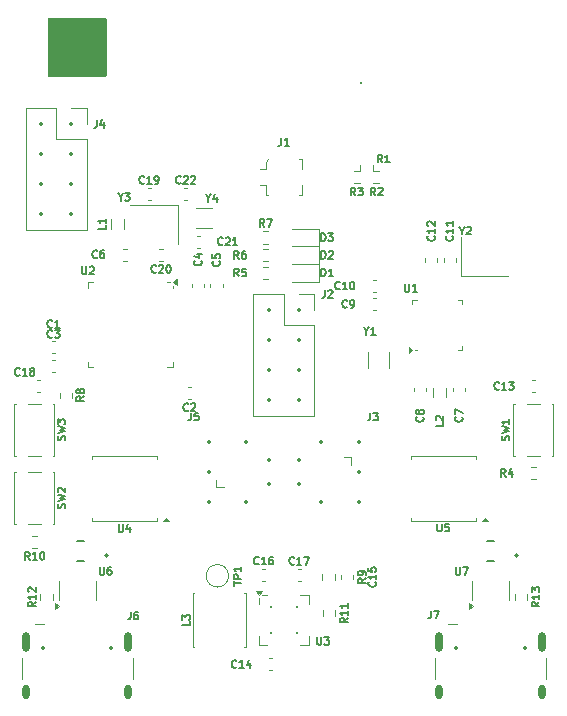
<source format=gto>
%TF.GenerationSoftware,KiCad,Pcbnew,8.0.8*%
%TF.CreationDate,2025-03-21T10:35:36+01:00*%
%TF.ProjectId,RF_HID_module_test,52465f48-4944-45f6-9d6f-64756c655f74,rev?*%
%TF.SameCoordinates,Original*%
%TF.FileFunction,Legend,Top*%
%TF.FilePolarity,Positive*%
%FSLAX46Y46*%
G04 Gerber Fmt 4.6, Leading zero omitted, Abs format (unit mm)*
G04 Created by KiCad (PCBNEW 8.0.8) date 2025-03-21 10:35:36*
%MOMM*%
%LPD*%
G01*
G04 APERTURE LIST*
%ADD10C,0.150000*%
%ADD11C,0.120000*%
%ADD12C,0.152400*%
%ADD13C,0.350000*%
%ADD14O,0.600000X1.700000*%
%ADD15O,0.600000X1.200000*%
%ADD16C,0.200000*%
%ADD17C,0.300000*%
G04 APERTURE END LIST*
D10*
X163170237Y-110892902D02*
X163170237Y-110242902D01*
X163170237Y-110242902D02*
X163324999Y-110242902D01*
X163324999Y-110242902D02*
X163417856Y-110273854D01*
X163417856Y-110273854D02*
X163479761Y-110335759D01*
X163479761Y-110335759D02*
X163510714Y-110397664D01*
X163510714Y-110397664D02*
X163541666Y-110521473D01*
X163541666Y-110521473D02*
X163541666Y-110614330D01*
X163541666Y-110614330D02*
X163510714Y-110738140D01*
X163510714Y-110738140D02*
X163479761Y-110800045D01*
X163479761Y-110800045D02*
X163417856Y-110861950D01*
X163417856Y-110861950D02*
X163324999Y-110892902D01*
X163324999Y-110892902D02*
X163170237Y-110892902D01*
X164160714Y-110892902D02*
X163789285Y-110892902D01*
X163974999Y-110892902D02*
X163974999Y-110242902D01*
X163974999Y-110242902D02*
X163913095Y-110335759D01*
X163913095Y-110335759D02*
X163851190Y-110397664D01*
X163851190Y-110397664D02*
X163789285Y-110428616D01*
X142904761Y-110042902D02*
X142904761Y-110569092D01*
X142904761Y-110569092D02*
X142935714Y-110630997D01*
X142935714Y-110630997D02*
X142966666Y-110661950D01*
X142966666Y-110661950D02*
X143028571Y-110692902D01*
X143028571Y-110692902D02*
X143152380Y-110692902D01*
X143152380Y-110692902D02*
X143214285Y-110661950D01*
X143214285Y-110661950D02*
X143245238Y-110630997D01*
X143245238Y-110630997D02*
X143276190Y-110569092D01*
X143276190Y-110569092D02*
X143276190Y-110042902D01*
X143554761Y-110104807D02*
X143585713Y-110073854D01*
X143585713Y-110073854D02*
X143647618Y-110042902D01*
X143647618Y-110042902D02*
X143802380Y-110042902D01*
X143802380Y-110042902D02*
X143864285Y-110073854D01*
X143864285Y-110073854D02*
X143895237Y-110104807D01*
X143895237Y-110104807D02*
X143926190Y-110166711D01*
X143926190Y-110166711D02*
X143926190Y-110228616D01*
X143926190Y-110228616D02*
X143895237Y-110321473D01*
X143895237Y-110321473D02*
X143523809Y-110692902D01*
X143523809Y-110692902D02*
X143926190Y-110692902D01*
X148182142Y-102980997D02*
X148151190Y-103011950D01*
X148151190Y-103011950D02*
X148058332Y-103042902D01*
X148058332Y-103042902D02*
X147996428Y-103042902D01*
X147996428Y-103042902D02*
X147903571Y-103011950D01*
X147903571Y-103011950D02*
X147841666Y-102950045D01*
X147841666Y-102950045D02*
X147810713Y-102888140D01*
X147810713Y-102888140D02*
X147779761Y-102764330D01*
X147779761Y-102764330D02*
X147779761Y-102671473D01*
X147779761Y-102671473D02*
X147810713Y-102547664D01*
X147810713Y-102547664D02*
X147841666Y-102485759D01*
X147841666Y-102485759D02*
X147903571Y-102423854D01*
X147903571Y-102423854D02*
X147996428Y-102392902D01*
X147996428Y-102392902D02*
X148058332Y-102392902D01*
X148058332Y-102392902D02*
X148151190Y-102423854D01*
X148151190Y-102423854D02*
X148182142Y-102454807D01*
X148801190Y-103042902D02*
X148429761Y-103042902D01*
X148615475Y-103042902D02*
X148615475Y-102392902D01*
X148615475Y-102392902D02*
X148553571Y-102485759D01*
X148553571Y-102485759D02*
X148491666Y-102547664D01*
X148491666Y-102547664D02*
X148429761Y-102578616D01*
X149110714Y-103042902D02*
X149234523Y-103042902D01*
X149234523Y-103042902D02*
X149296428Y-103011950D01*
X149296428Y-103011950D02*
X149327380Y-102980997D01*
X149327380Y-102980997D02*
X149389285Y-102888140D01*
X149389285Y-102888140D02*
X149420238Y-102764330D01*
X149420238Y-102764330D02*
X149420238Y-102516711D01*
X149420238Y-102516711D02*
X149389285Y-102454807D01*
X149389285Y-102454807D02*
X149358333Y-102423854D01*
X149358333Y-102423854D02*
X149296428Y-102392902D01*
X149296428Y-102392902D02*
X149172619Y-102392902D01*
X149172619Y-102392902D02*
X149110714Y-102423854D01*
X149110714Y-102423854D02*
X149079761Y-102454807D01*
X149079761Y-102454807D02*
X149048809Y-102516711D01*
X149048809Y-102516711D02*
X149048809Y-102671473D01*
X149048809Y-102671473D02*
X149079761Y-102733378D01*
X149079761Y-102733378D02*
X149110714Y-102764330D01*
X149110714Y-102764330D02*
X149172619Y-102795283D01*
X149172619Y-102795283D02*
X149296428Y-102795283D01*
X149296428Y-102795283D02*
X149358333Y-102764330D01*
X149358333Y-102764330D02*
X149389285Y-102733378D01*
X149389285Y-102733378D02*
X149420238Y-102671473D01*
X157872142Y-135220997D02*
X157841190Y-135251950D01*
X157841190Y-135251950D02*
X157748332Y-135282902D01*
X157748332Y-135282902D02*
X157686428Y-135282902D01*
X157686428Y-135282902D02*
X157593571Y-135251950D01*
X157593571Y-135251950D02*
X157531666Y-135190045D01*
X157531666Y-135190045D02*
X157500713Y-135128140D01*
X157500713Y-135128140D02*
X157469761Y-135004330D01*
X157469761Y-135004330D02*
X157469761Y-134911473D01*
X157469761Y-134911473D02*
X157500713Y-134787664D01*
X157500713Y-134787664D02*
X157531666Y-134725759D01*
X157531666Y-134725759D02*
X157593571Y-134663854D01*
X157593571Y-134663854D02*
X157686428Y-134632902D01*
X157686428Y-134632902D02*
X157748332Y-134632902D01*
X157748332Y-134632902D02*
X157841190Y-134663854D01*
X157841190Y-134663854D02*
X157872142Y-134694807D01*
X158491190Y-135282902D02*
X158119761Y-135282902D01*
X158305475Y-135282902D02*
X158305475Y-134632902D01*
X158305475Y-134632902D02*
X158243571Y-134725759D01*
X158243571Y-134725759D02*
X158181666Y-134787664D01*
X158181666Y-134787664D02*
X158119761Y-134818616D01*
X159048333Y-134632902D02*
X158924523Y-134632902D01*
X158924523Y-134632902D02*
X158862619Y-134663854D01*
X158862619Y-134663854D02*
X158831666Y-134694807D01*
X158831666Y-134694807D02*
X158769761Y-134787664D01*
X158769761Y-134787664D02*
X158738809Y-134911473D01*
X158738809Y-134911473D02*
X158738809Y-135159092D01*
X158738809Y-135159092D02*
X158769761Y-135220997D01*
X158769761Y-135220997D02*
X158800714Y-135251950D01*
X158800714Y-135251950D02*
X158862619Y-135282902D01*
X158862619Y-135282902D02*
X158986428Y-135282902D01*
X158986428Y-135282902D02*
X159048333Y-135251950D01*
X159048333Y-135251950D02*
X159079285Y-135220997D01*
X159079285Y-135220997D02*
X159110238Y-135159092D01*
X159110238Y-135159092D02*
X159110238Y-135004330D01*
X159110238Y-135004330D02*
X159079285Y-134942426D01*
X159079285Y-134942426D02*
X159048333Y-134911473D01*
X159048333Y-134911473D02*
X158986428Y-134880521D01*
X158986428Y-134880521D02*
X158862619Y-134880521D01*
X158862619Y-134880521D02*
X158800714Y-134911473D01*
X158800714Y-134911473D02*
X158769761Y-134942426D01*
X158769761Y-134942426D02*
X158738809Y-135004330D01*
X144942902Y-106558333D02*
X144942902Y-106867857D01*
X144942902Y-106867857D02*
X144292902Y-106867857D01*
X144942902Y-106001190D02*
X144942902Y-106372619D01*
X144942902Y-106186905D02*
X144292902Y-106186905D01*
X144292902Y-106186905D02*
X144385759Y-106248809D01*
X144385759Y-106248809D02*
X144447664Y-106310714D01*
X144447664Y-106310714D02*
X144478616Y-106372619D01*
X171780997Y-122808333D02*
X171811950Y-122839285D01*
X171811950Y-122839285D02*
X171842902Y-122932143D01*
X171842902Y-122932143D02*
X171842902Y-122994047D01*
X171842902Y-122994047D02*
X171811950Y-123086904D01*
X171811950Y-123086904D02*
X171750045Y-123148809D01*
X171750045Y-123148809D02*
X171688140Y-123179762D01*
X171688140Y-123179762D02*
X171564330Y-123210714D01*
X171564330Y-123210714D02*
X171471473Y-123210714D01*
X171471473Y-123210714D02*
X171347664Y-123179762D01*
X171347664Y-123179762D02*
X171285759Y-123148809D01*
X171285759Y-123148809D02*
X171223854Y-123086904D01*
X171223854Y-123086904D02*
X171192902Y-122994047D01*
X171192902Y-122994047D02*
X171192902Y-122932143D01*
X171192902Y-122932143D02*
X171223854Y-122839285D01*
X171223854Y-122839285D02*
X171254807Y-122808333D01*
X171471473Y-122436904D02*
X171440521Y-122498809D01*
X171440521Y-122498809D02*
X171409569Y-122529762D01*
X171409569Y-122529762D02*
X171347664Y-122560714D01*
X171347664Y-122560714D02*
X171316711Y-122560714D01*
X171316711Y-122560714D02*
X171254807Y-122529762D01*
X171254807Y-122529762D02*
X171223854Y-122498809D01*
X171223854Y-122498809D02*
X171192902Y-122436904D01*
X171192902Y-122436904D02*
X171192902Y-122313095D01*
X171192902Y-122313095D02*
X171223854Y-122251190D01*
X171223854Y-122251190D02*
X171254807Y-122220238D01*
X171254807Y-122220238D02*
X171316711Y-122189285D01*
X171316711Y-122189285D02*
X171347664Y-122189285D01*
X171347664Y-122189285D02*
X171409569Y-122220238D01*
X171409569Y-122220238D02*
X171440521Y-122251190D01*
X171440521Y-122251190D02*
X171471473Y-122313095D01*
X171471473Y-122313095D02*
X171471473Y-122436904D01*
X171471473Y-122436904D02*
X171502426Y-122498809D01*
X171502426Y-122498809D02*
X171533378Y-122529762D01*
X171533378Y-122529762D02*
X171595283Y-122560714D01*
X171595283Y-122560714D02*
X171719092Y-122560714D01*
X171719092Y-122560714D02*
X171780997Y-122529762D01*
X171780997Y-122529762D02*
X171811950Y-122498809D01*
X171811950Y-122498809D02*
X171842902Y-122436904D01*
X171842902Y-122436904D02*
X171842902Y-122313095D01*
X171842902Y-122313095D02*
X171811950Y-122251190D01*
X171811950Y-122251190D02*
X171780997Y-122220238D01*
X171780997Y-122220238D02*
X171719092Y-122189285D01*
X171719092Y-122189285D02*
X171595283Y-122189285D01*
X171595283Y-122189285D02*
X171533378Y-122220238D01*
X171533378Y-122220238D02*
X171502426Y-122251190D01*
X171502426Y-122251190D02*
X171471473Y-122313095D01*
X174280997Y-107467857D02*
X174311950Y-107498809D01*
X174311950Y-107498809D02*
X174342902Y-107591667D01*
X174342902Y-107591667D02*
X174342902Y-107653571D01*
X174342902Y-107653571D02*
X174311950Y-107746428D01*
X174311950Y-107746428D02*
X174250045Y-107808333D01*
X174250045Y-107808333D02*
X174188140Y-107839286D01*
X174188140Y-107839286D02*
X174064330Y-107870238D01*
X174064330Y-107870238D02*
X173971473Y-107870238D01*
X173971473Y-107870238D02*
X173847664Y-107839286D01*
X173847664Y-107839286D02*
X173785759Y-107808333D01*
X173785759Y-107808333D02*
X173723854Y-107746428D01*
X173723854Y-107746428D02*
X173692902Y-107653571D01*
X173692902Y-107653571D02*
X173692902Y-107591667D01*
X173692902Y-107591667D02*
X173723854Y-107498809D01*
X173723854Y-107498809D02*
X173754807Y-107467857D01*
X174342902Y-106848809D02*
X174342902Y-107220238D01*
X174342902Y-107034524D02*
X173692902Y-107034524D01*
X173692902Y-107034524D02*
X173785759Y-107096428D01*
X173785759Y-107096428D02*
X173847664Y-107158333D01*
X173847664Y-107158333D02*
X173878616Y-107220238D01*
X174342902Y-106229761D02*
X174342902Y-106601190D01*
X174342902Y-106415476D02*
X173692902Y-106415476D01*
X173692902Y-106415476D02*
X173785759Y-106477380D01*
X173785759Y-106477380D02*
X173847664Y-106539285D01*
X173847664Y-106539285D02*
X173878616Y-106601190D01*
X163170237Y-109392902D02*
X163170237Y-108742902D01*
X163170237Y-108742902D02*
X163324999Y-108742902D01*
X163324999Y-108742902D02*
X163417856Y-108773854D01*
X163417856Y-108773854D02*
X163479761Y-108835759D01*
X163479761Y-108835759D02*
X163510714Y-108897664D01*
X163510714Y-108897664D02*
X163541666Y-109021473D01*
X163541666Y-109021473D02*
X163541666Y-109114330D01*
X163541666Y-109114330D02*
X163510714Y-109238140D01*
X163510714Y-109238140D02*
X163479761Y-109300045D01*
X163479761Y-109300045D02*
X163417856Y-109361950D01*
X163417856Y-109361950D02*
X163324999Y-109392902D01*
X163324999Y-109392902D02*
X163170237Y-109392902D01*
X163789285Y-108804807D02*
X163820237Y-108773854D01*
X163820237Y-108773854D02*
X163882142Y-108742902D01*
X163882142Y-108742902D02*
X164036904Y-108742902D01*
X164036904Y-108742902D02*
X164098809Y-108773854D01*
X164098809Y-108773854D02*
X164129761Y-108804807D01*
X164129761Y-108804807D02*
X164160714Y-108866711D01*
X164160714Y-108866711D02*
X164160714Y-108928616D01*
X164160714Y-108928616D02*
X164129761Y-109021473D01*
X164129761Y-109021473D02*
X163758333Y-109392902D01*
X163758333Y-109392902D02*
X164160714Y-109392902D01*
X144183333Y-97642902D02*
X144183333Y-98107188D01*
X144183333Y-98107188D02*
X144152380Y-98200045D01*
X144152380Y-98200045D02*
X144090476Y-98261950D01*
X144090476Y-98261950D02*
X143997618Y-98292902D01*
X143997618Y-98292902D02*
X143935714Y-98292902D01*
X144771428Y-97859569D02*
X144771428Y-98292902D01*
X144616666Y-97611950D02*
X144461904Y-98076235D01*
X144461904Y-98076235D02*
X144864285Y-98076235D01*
X141461950Y-124741664D02*
X141492902Y-124648807D01*
X141492902Y-124648807D02*
X141492902Y-124494045D01*
X141492902Y-124494045D02*
X141461950Y-124432140D01*
X141461950Y-124432140D02*
X141430997Y-124401188D01*
X141430997Y-124401188D02*
X141369092Y-124370235D01*
X141369092Y-124370235D02*
X141307188Y-124370235D01*
X141307188Y-124370235D02*
X141245283Y-124401188D01*
X141245283Y-124401188D02*
X141214330Y-124432140D01*
X141214330Y-124432140D02*
X141183378Y-124494045D01*
X141183378Y-124494045D02*
X141152426Y-124617854D01*
X141152426Y-124617854D02*
X141121473Y-124679759D01*
X141121473Y-124679759D02*
X141090521Y-124710712D01*
X141090521Y-124710712D02*
X141028616Y-124741664D01*
X141028616Y-124741664D02*
X140966711Y-124741664D01*
X140966711Y-124741664D02*
X140904807Y-124710712D01*
X140904807Y-124710712D02*
X140873854Y-124679759D01*
X140873854Y-124679759D02*
X140842902Y-124617854D01*
X140842902Y-124617854D02*
X140842902Y-124463093D01*
X140842902Y-124463093D02*
X140873854Y-124370235D01*
X140842902Y-124153568D02*
X141492902Y-123998806D01*
X141492902Y-123998806D02*
X141028616Y-123874997D01*
X141028616Y-123874997D02*
X141492902Y-123751187D01*
X141492902Y-123751187D02*
X140842902Y-123596426D01*
X140842902Y-123410711D02*
X140842902Y-123008330D01*
X140842902Y-123008330D02*
X141090521Y-123224997D01*
X141090521Y-123224997D02*
X141090521Y-123132140D01*
X141090521Y-123132140D02*
X141121473Y-123070235D01*
X141121473Y-123070235D02*
X141152426Y-123039283D01*
X141152426Y-123039283D02*
X141214330Y-123008330D01*
X141214330Y-123008330D02*
X141369092Y-123008330D01*
X141369092Y-123008330D02*
X141430997Y-123039283D01*
X141430997Y-123039283D02*
X141461950Y-123070235D01*
X141461950Y-123070235D02*
X141492902Y-123132140D01*
X141492902Y-123132140D02*
X141492902Y-123317854D01*
X141492902Y-123317854D02*
X141461950Y-123379759D01*
X141461950Y-123379759D02*
X141430997Y-123410711D01*
X170254761Y-111542902D02*
X170254761Y-112069092D01*
X170254761Y-112069092D02*
X170285714Y-112130997D01*
X170285714Y-112130997D02*
X170316666Y-112161950D01*
X170316666Y-112161950D02*
X170378571Y-112192902D01*
X170378571Y-112192902D02*
X170502380Y-112192902D01*
X170502380Y-112192902D02*
X170564285Y-112161950D01*
X170564285Y-112161950D02*
X170595238Y-112130997D01*
X170595238Y-112130997D02*
X170626190Y-112069092D01*
X170626190Y-112069092D02*
X170626190Y-111542902D01*
X171276190Y-112192902D02*
X170904761Y-112192902D01*
X171090475Y-112192902D02*
X171090475Y-111542902D01*
X171090475Y-111542902D02*
X171028571Y-111635759D01*
X171028571Y-111635759D02*
X170966666Y-111697664D01*
X170966666Y-111697664D02*
X170904761Y-111728616D01*
X146190476Y-104183378D02*
X146190476Y-104492902D01*
X145973809Y-103842902D02*
X146190476Y-104183378D01*
X146190476Y-104183378D02*
X146407143Y-103842902D01*
X146561905Y-103842902D02*
X146964286Y-103842902D01*
X146964286Y-103842902D02*
X146747619Y-104090521D01*
X146747619Y-104090521D02*
X146840476Y-104090521D01*
X146840476Y-104090521D02*
X146902381Y-104121473D01*
X146902381Y-104121473D02*
X146933333Y-104152426D01*
X146933333Y-104152426D02*
X146964286Y-104214330D01*
X146964286Y-104214330D02*
X146964286Y-104369092D01*
X146964286Y-104369092D02*
X146933333Y-104430997D01*
X146933333Y-104430997D02*
X146902381Y-104461950D01*
X146902381Y-104461950D02*
X146840476Y-104492902D01*
X146840476Y-104492902D02*
X146654762Y-104492902D01*
X146654762Y-104492902D02*
X146592857Y-104461950D01*
X146592857Y-104461950D02*
X146561905Y-104430997D01*
X144191666Y-109280997D02*
X144160714Y-109311950D01*
X144160714Y-109311950D02*
X144067856Y-109342902D01*
X144067856Y-109342902D02*
X144005952Y-109342902D01*
X144005952Y-109342902D02*
X143913095Y-109311950D01*
X143913095Y-109311950D02*
X143851190Y-109250045D01*
X143851190Y-109250045D02*
X143820237Y-109188140D01*
X143820237Y-109188140D02*
X143789285Y-109064330D01*
X143789285Y-109064330D02*
X143789285Y-108971473D01*
X143789285Y-108971473D02*
X143820237Y-108847664D01*
X143820237Y-108847664D02*
X143851190Y-108785759D01*
X143851190Y-108785759D02*
X143913095Y-108723854D01*
X143913095Y-108723854D02*
X144005952Y-108692902D01*
X144005952Y-108692902D02*
X144067856Y-108692902D01*
X144067856Y-108692902D02*
X144160714Y-108723854D01*
X144160714Y-108723854D02*
X144191666Y-108754807D01*
X144748809Y-108692902D02*
X144624999Y-108692902D01*
X144624999Y-108692902D02*
X144563095Y-108723854D01*
X144563095Y-108723854D02*
X144532142Y-108754807D01*
X144532142Y-108754807D02*
X144470237Y-108847664D01*
X144470237Y-108847664D02*
X144439285Y-108971473D01*
X144439285Y-108971473D02*
X144439285Y-109219092D01*
X144439285Y-109219092D02*
X144470237Y-109280997D01*
X144470237Y-109280997D02*
X144501190Y-109311950D01*
X144501190Y-109311950D02*
X144563095Y-109342902D01*
X144563095Y-109342902D02*
X144686904Y-109342902D01*
X144686904Y-109342902D02*
X144748809Y-109311950D01*
X144748809Y-109311950D02*
X144779761Y-109280997D01*
X144779761Y-109280997D02*
X144810714Y-109219092D01*
X144810714Y-109219092D02*
X144810714Y-109064330D01*
X144810714Y-109064330D02*
X144779761Y-109002426D01*
X144779761Y-109002426D02*
X144748809Y-108971473D01*
X144748809Y-108971473D02*
X144686904Y-108940521D01*
X144686904Y-108940521D02*
X144563095Y-108940521D01*
X144563095Y-108940521D02*
X144501190Y-108971473D01*
X144501190Y-108971473D02*
X144470237Y-109002426D01*
X144470237Y-109002426D02*
X144439285Y-109064330D01*
X168341666Y-101242902D02*
X168124999Y-100933378D01*
X167970237Y-101242902D02*
X167970237Y-100592902D01*
X167970237Y-100592902D02*
X168217856Y-100592902D01*
X168217856Y-100592902D02*
X168279761Y-100623854D01*
X168279761Y-100623854D02*
X168310714Y-100654807D01*
X168310714Y-100654807D02*
X168341666Y-100716711D01*
X168341666Y-100716711D02*
X168341666Y-100809569D01*
X168341666Y-100809569D02*
X168310714Y-100871473D01*
X168310714Y-100871473D02*
X168279761Y-100902426D01*
X168279761Y-100902426D02*
X168217856Y-100933378D01*
X168217856Y-100933378D02*
X167970237Y-100933378D01*
X168960714Y-101242902D02*
X168589285Y-101242902D01*
X168774999Y-101242902D02*
X168774999Y-100592902D01*
X168774999Y-100592902D02*
X168713095Y-100685759D01*
X168713095Y-100685759D02*
X168651190Y-100747664D01*
X168651190Y-100747664D02*
X168589285Y-100778616D01*
X158341666Y-106692902D02*
X158124999Y-106383378D01*
X157970237Y-106692902D02*
X157970237Y-106042902D01*
X157970237Y-106042902D02*
X158217856Y-106042902D01*
X158217856Y-106042902D02*
X158279761Y-106073854D01*
X158279761Y-106073854D02*
X158310714Y-106104807D01*
X158310714Y-106104807D02*
X158341666Y-106166711D01*
X158341666Y-106166711D02*
X158341666Y-106259569D01*
X158341666Y-106259569D02*
X158310714Y-106321473D01*
X158310714Y-106321473D02*
X158279761Y-106352426D01*
X158279761Y-106352426D02*
X158217856Y-106383378D01*
X158217856Y-106383378D02*
X157970237Y-106383378D01*
X158558333Y-106042902D02*
X158991666Y-106042902D01*
X158991666Y-106042902D02*
X158713095Y-106692902D01*
X152980997Y-109558333D02*
X153011950Y-109589285D01*
X153011950Y-109589285D02*
X153042902Y-109682143D01*
X153042902Y-109682143D02*
X153042902Y-109744047D01*
X153042902Y-109744047D02*
X153011950Y-109836904D01*
X153011950Y-109836904D02*
X152950045Y-109898809D01*
X152950045Y-109898809D02*
X152888140Y-109929762D01*
X152888140Y-109929762D02*
X152764330Y-109960714D01*
X152764330Y-109960714D02*
X152671473Y-109960714D01*
X152671473Y-109960714D02*
X152547664Y-109929762D01*
X152547664Y-109929762D02*
X152485759Y-109898809D01*
X152485759Y-109898809D02*
X152423854Y-109836904D01*
X152423854Y-109836904D02*
X152392902Y-109744047D01*
X152392902Y-109744047D02*
X152392902Y-109682143D01*
X152392902Y-109682143D02*
X152423854Y-109589285D01*
X152423854Y-109589285D02*
X152454807Y-109558333D01*
X152609569Y-109001190D02*
X153042902Y-109001190D01*
X152361950Y-109155952D02*
X152826235Y-109310714D01*
X152826235Y-109310714D02*
X152826235Y-108908333D01*
X138482142Y-134892902D02*
X138265475Y-134583378D01*
X138110713Y-134892902D02*
X138110713Y-134242902D01*
X138110713Y-134242902D02*
X138358332Y-134242902D01*
X138358332Y-134242902D02*
X138420237Y-134273854D01*
X138420237Y-134273854D02*
X138451190Y-134304807D01*
X138451190Y-134304807D02*
X138482142Y-134366711D01*
X138482142Y-134366711D02*
X138482142Y-134459569D01*
X138482142Y-134459569D02*
X138451190Y-134521473D01*
X138451190Y-134521473D02*
X138420237Y-134552426D01*
X138420237Y-134552426D02*
X138358332Y-134583378D01*
X138358332Y-134583378D02*
X138110713Y-134583378D01*
X139101190Y-134892902D02*
X138729761Y-134892902D01*
X138915475Y-134892902D02*
X138915475Y-134242902D01*
X138915475Y-134242902D02*
X138853571Y-134335759D01*
X138853571Y-134335759D02*
X138791666Y-134397664D01*
X138791666Y-134397664D02*
X138729761Y-134428616D01*
X139503571Y-134242902D02*
X139565476Y-134242902D01*
X139565476Y-134242902D02*
X139627380Y-134273854D01*
X139627380Y-134273854D02*
X139658333Y-134304807D01*
X139658333Y-134304807D02*
X139689285Y-134366711D01*
X139689285Y-134366711D02*
X139720238Y-134490521D01*
X139720238Y-134490521D02*
X139720238Y-134645283D01*
X139720238Y-134645283D02*
X139689285Y-134769092D01*
X139689285Y-134769092D02*
X139658333Y-134830997D01*
X139658333Y-134830997D02*
X139627380Y-134861950D01*
X139627380Y-134861950D02*
X139565476Y-134892902D01*
X139565476Y-134892902D02*
X139503571Y-134892902D01*
X139503571Y-134892902D02*
X139441666Y-134861950D01*
X139441666Y-134861950D02*
X139410714Y-134830997D01*
X139410714Y-134830997D02*
X139379761Y-134769092D01*
X139379761Y-134769092D02*
X139348809Y-134645283D01*
X139348809Y-134645283D02*
X139348809Y-134490521D01*
X139348809Y-134490521D02*
X139379761Y-134366711D01*
X139379761Y-134366711D02*
X139410714Y-134304807D01*
X139410714Y-134304807D02*
X139441666Y-134273854D01*
X139441666Y-134273854D02*
X139503571Y-134242902D01*
X147033333Y-139292902D02*
X147033333Y-139757188D01*
X147033333Y-139757188D02*
X147002380Y-139850045D01*
X147002380Y-139850045D02*
X146940476Y-139911950D01*
X146940476Y-139911950D02*
X146847618Y-139942902D01*
X146847618Y-139942902D02*
X146785714Y-139942902D01*
X147621428Y-139292902D02*
X147497618Y-139292902D01*
X147497618Y-139292902D02*
X147435714Y-139323854D01*
X147435714Y-139323854D02*
X147404761Y-139354807D01*
X147404761Y-139354807D02*
X147342856Y-139447664D01*
X147342856Y-139447664D02*
X147311904Y-139571473D01*
X147311904Y-139571473D02*
X147311904Y-139819092D01*
X147311904Y-139819092D02*
X147342856Y-139880997D01*
X147342856Y-139880997D02*
X147373809Y-139911950D01*
X147373809Y-139911950D02*
X147435714Y-139942902D01*
X147435714Y-139942902D02*
X147559523Y-139942902D01*
X147559523Y-139942902D02*
X147621428Y-139911950D01*
X147621428Y-139911950D02*
X147652380Y-139880997D01*
X147652380Y-139880997D02*
X147683333Y-139819092D01*
X147683333Y-139819092D02*
X147683333Y-139664330D01*
X147683333Y-139664330D02*
X147652380Y-139602426D01*
X147652380Y-139602426D02*
X147621428Y-139571473D01*
X147621428Y-139571473D02*
X147559523Y-139540521D01*
X147559523Y-139540521D02*
X147435714Y-139540521D01*
X147435714Y-139540521D02*
X147373809Y-139571473D01*
X147373809Y-139571473D02*
X147342856Y-139602426D01*
X147342856Y-139602426D02*
X147311904Y-139664330D01*
X149182141Y-110530997D02*
X149151189Y-110561950D01*
X149151189Y-110561950D02*
X149058331Y-110592902D01*
X149058331Y-110592902D02*
X148996427Y-110592902D01*
X148996427Y-110592902D02*
X148903570Y-110561950D01*
X148903570Y-110561950D02*
X148841665Y-110500045D01*
X148841665Y-110500045D02*
X148810712Y-110438140D01*
X148810712Y-110438140D02*
X148779760Y-110314330D01*
X148779760Y-110314330D02*
X148779760Y-110221473D01*
X148779760Y-110221473D02*
X148810712Y-110097664D01*
X148810712Y-110097664D02*
X148841665Y-110035759D01*
X148841665Y-110035759D02*
X148903570Y-109973854D01*
X148903570Y-109973854D02*
X148996427Y-109942902D01*
X148996427Y-109942902D02*
X149058331Y-109942902D01*
X149058331Y-109942902D02*
X149151189Y-109973854D01*
X149151189Y-109973854D02*
X149182141Y-110004807D01*
X149429760Y-110004807D02*
X149460712Y-109973854D01*
X149460712Y-109973854D02*
X149522617Y-109942902D01*
X149522617Y-109942902D02*
X149677379Y-109942902D01*
X149677379Y-109942902D02*
X149739284Y-109973854D01*
X149739284Y-109973854D02*
X149770236Y-110004807D01*
X149770236Y-110004807D02*
X149801189Y-110066711D01*
X149801189Y-110066711D02*
X149801189Y-110128616D01*
X149801189Y-110128616D02*
X149770236Y-110221473D01*
X149770236Y-110221473D02*
X149398808Y-110592902D01*
X149398808Y-110592902D02*
X149801189Y-110592902D01*
X150203570Y-109942902D02*
X150265475Y-109942902D01*
X150265475Y-109942902D02*
X150327379Y-109973854D01*
X150327379Y-109973854D02*
X150358332Y-110004807D01*
X150358332Y-110004807D02*
X150389284Y-110066711D01*
X150389284Y-110066711D02*
X150420237Y-110190521D01*
X150420237Y-110190521D02*
X150420237Y-110345283D01*
X150420237Y-110345283D02*
X150389284Y-110469092D01*
X150389284Y-110469092D02*
X150358332Y-110530997D01*
X150358332Y-110530997D02*
X150327379Y-110561950D01*
X150327379Y-110561950D02*
X150265475Y-110592902D01*
X150265475Y-110592902D02*
X150203570Y-110592902D01*
X150203570Y-110592902D02*
X150141665Y-110561950D01*
X150141665Y-110561950D02*
X150110713Y-110530997D01*
X150110713Y-110530997D02*
X150079760Y-110469092D01*
X150079760Y-110469092D02*
X150048808Y-110345283D01*
X150048808Y-110345283D02*
X150048808Y-110190521D01*
X150048808Y-110190521D02*
X150079760Y-110066711D01*
X150079760Y-110066711D02*
X150110713Y-110004807D01*
X150110713Y-110004807D02*
X150141665Y-109973854D01*
X150141665Y-109973854D02*
X150203570Y-109942902D01*
X138992902Y-138467858D02*
X138683378Y-138684525D01*
X138992902Y-138839287D02*
X138342902Y-138839287D01*
X138342902Y-138839287D02*
X138342902Y-138591668D01*
X138342902Y-138591668D02*
X138373854Y-138529763D01*
X138373854Y-138529763D02*
X138404807Y-138498810D01*
X138404807Y-138498810D02*
X138466711Y-138467858D01*
X138466711Y-138467858D02*
X138559569Y-138467858D01*
X138559569Y-138467858D02*
X138621473Y-138498810D01*
X138621473Y-138498810D02*
X138652426Y-138529763D01*
X138652426Y-138529763D02*
X138683378Y-138591668D01*
X138683378Y-138591668D02*
X138683378Y-138839287D01*
X138992902Y-137848810D02*
X138992902Y-138220239D01*
X138992902Y-138034525D02*
X138342902Y-138034525D01*
X138342902Y-138034525D02*
X138435759Y-138096429D01*
X138435759Y-138096429D02*
X138497664Y-138158334D01*
X138497664Y-138158334D02*
X138528616Y-138220239D01*
X138404807Y-137601191D02*
X138373854Y-137570239D01*
X138373854Y-137570239D02*
X138342902Y-137508334D01*
X138342902Y-137508334D02*
X138342902Y-137353572D01*
X138342902Y-137353572D02*
X138373854Y-137291667D01*
X138373854Y-137291667D02*
X138404807Y-137260715D01*
X138404807Y-137260715D02*
X138466711Y-137229762D01*
X138466711Y-137229762D02*
X138528616Y-137229762D01*
X138528616Y-137229762D02*
X138621473Y-137260715D01*
X138621473Y-137260715D02*
X138992902Y-137632143D01*
X138992902Y-137632143D02*
X138992902Y-137229762D01*
X173004761Y-131842902D02*
X173004761Y-132369092D01*
X173004761Y-132369092D02*
X173035714Y-132430997D01*
X173035714Y-132430997D02*
X173066666Y-132461950D01*
X173066666Y-132461950D02*
X173128571Y-132492902D01*
X173128571Y-132492902D02*
X173252380Y-132492902D01*
X173252380Y-132492902D02*
X173314285Y-132461950D01*
X173314285Y-132461950D02*
X173345238Y-132430997D01*
X173345238Y-132430997D02*
X173376190Y-132369092D01*
X173376190Y-132369092D02*
X173376190Y-131842902D01*
X173995237Y-131842902D02*
X173685713Y-131842902D01*
X173685713Y-131842902D02*
X173654761Y-132152426D01*
X173654761Y-132152426D02*
X173685713Y-132121473D01*
X173685713Y-132121473D02*
X173747618Y-132090521D01*
X173747618Y-132090521D02*
X173902380Y-132090521D01*
X173902380Y-132090521D02*
X173964285Y-132121473D01*
X173964285Y-132121473D02*
X173995237Y-132152426D01*
X173995237Y-132152426D02*
X174026190Y-132214330D01*
X174026190Y-132214330D02*
X174026190Y-132369092D01*
X174026190Y-132369092D02*
X173995237Y-132430997D01*
X173995237Y-132430997D02*
X173964285Y-132461950D01*
X173964285Y-132461950D02*
X173902380Y-132492902D01*
X173902380Y-132492902D02*
X173747618Y-132492902D01*
X173747618Y-132492902D02*
X173685713Y-132461950D01*
X173685713Y-132461950D02*
X173654761Y-132430997D01*
X165341666Y-113480997D02*
X165310714Y-113511950D01*
X165310714Y-113511950D02*
X165217856Y-113542902D01*
X165217856Y-113542902D02*
X165155952Y-113542902D01*
X165155952Y-113542902D02*
X165063095Y-113511950D01*
X165063095Y-113511950D02*
X165001190Y-113450045D01*
X165001190Y-113450045D02*
X164970237Y-113388140D01*
X164970237Y-113388140D02*
X164939285Y-113264330D01*
X164939285Y-113264330D02*
X164939285Y-113171473D01*
X164939285Y-113171473D02*
X164970237Y-113047664D01*
X164970237Y-113047664D02*
X165001190Y-112985759D01*
X165001190Y-112985759D02*
X165063095Y-112923854D01*
X165063095Y-112923854D02*
X165155952Y-112892902D01*
X165155952Y-112892902D02*
X165217856Y-112892902D01*
X165217856Y-112892902D02*
X165310714Y-112923854D01*
X165310714Y-112923854D02*
X165341666Y-112954807D01*
X165651190Y-113542902D02*
X165774999Y-113542902D01*
X165774999Y-113542902D02*
X165836904Y-113511950D01*
X165836904Y-113511950D02*
X165867856Y-113480997D01*
X165867856Y-113480997D02*
X165929761Y-113388140D01*
X165929761Y-113388140D02*
X165960714Y-113264330D01*
X165960714Y-113264330D02*
X165960714Y-113016711D01*
X165960714Y-113016711D02*
X165929761Y-112954807D01*
X165929761Y-112954807D02*
X165898809Y-112923854D01*
X165898809Y-112923854D02*
X165836904Y-112892902D01*
X165836904Y-112892902D02*
X165713095Y-112892902D01*
X165713095Y-112892902D02*
X165651190Y-112923854D01*
X165651190Y-112923854D02*
X165620237Y-112954807D01*
X165620237Y-112954807D02*
X165589285Y-113016711D01*
X165589285Y-113016711D02*
X165589285Y-113171473D01*
X165589285Y-113171473D02*
X165620237Y-113233378D01*
X165620237Y-113233378D02*
X165651190Y-113264330D01*
X165651190Y-113264330D02*
X165713095Y-113295283D01*
X165713095Y-113295283D02*
X165836904Y-113295283D01*
X165836904Y-113295283D02*
X165898809Y-113264330D01*
X165898809Y-113264330D02*
X165929761Y-113233378D01*
X165929761Y-113233378D02*
X165960714Y-113171473D01*
X160872142Y-135230997D02*
X160841190Y-135261950D01*
X160841190Y-135261950D02*
X160748332Y-135292902D01*
X160748332Y-135292902D02*
X160686428Y-135292902D01*
X160686428Y-135292902D02*
X160593571Y-135261950D01*
X160593571Y-135261950D02*
X160531666Y-135200045D01*
X160531666Y-135200045D02*
X160500713Y-135138140D01*
X160500713Y-135138140D02*
X160469761Y-135014330D01*
X160469761Y-135014330D02*
X160469761Y-134921473D01*
X160469761Y-134921473D02*
X160500713Y-134797664D01*
X160500713Y-134797664D02*
X160531666Y-134735759D01*
X160531666Y-134735759D02*
X160593571Y-134673854D01*
X160593571Y-134673854D02*
X160686428Y-134642902D01*
X160686428Y-134642902D02*
X160748332Y-134642902D01*
X160748332Y-134642902D02*
X160841190Y-134673854D01*
X160841190Y-134673854D02*
X160872142Y-134704807D01*
X161491190Y-135292902D02*
X161119761Y-135292902D01*
X161305475Y-135292902D02*
X161305475Y-134642902D01*
X161305475Y-134642902D02*
X161243571Y-134735759D01*
X161243571Y-134735759D02*
X161181666Y-134797664D01*
X161181666Y-134797664D02*
X161119761Y-134828616D01*
X161707857Y-134642902D02*
X162141190Y-134642902D01*
X162141190Y-134642902D02*
X161862619Y-135292902D01*
X143092902Y-121058333D02*
X142783378Y-121275000D01*
X143092902Y-121429762D02*
X142442902Y-121429762D01*
X142442902Y-121429762D02*
X142442902Y-121182143D01*
X142442902Y-121182143D02*
X142473854Y-121120238D01*
X142473854Y-121120238D02*
X142504807Y-121089285D01*
X142504807Y-121089285D02*
X142566711Y-121058333D01*
X142566711Y-121058333D02*
X142659569Y-121058333D01*
X142659569Y-121058333D02*
X142721473Y-121089285D01*
X142721473Y-121089285D02*
X142752426Y-121120238D01*
X142752426Y-121120238D02*
X142783378Y-121182143D01*
X142783378Y-121182143D02*
X142783378Y-121429762D01*
X142721473Y-120686904D02*
X142690521Y-120748809D01*
X142690521Y-120748809D02*
X142659569Y-120779762D01*
X142659569Y-120779762D02*
X142597664Y-120810714D01*
X142597664Y-120810714D02*
X142566711Y-120810714D01*
X142566711Y-120810714D02*
X142504807Y-120779762D01*
X142504807Y-120779762D02*
X142473854Y-120748809D01*
X142473854Y-120748809D02*
X142442902Y-120686904D01*
X142442902Y-120686904D02*
X142442902Y-120563095D01*
X142442902Y-120563095D02*
X142473854Y-120501190D01*
X142473854Y-120501190D02*
X142504807Y-120470238D01*
X142504807Y-120470238D02*
X142566711Y-120439285D01*
X142566711Y-120439285D02*
X142597664Y-120439285D01*
X142597664Y-120439285D02*
X142659569Y-120470238D01*
X142659569Y-120470238D02*
X142690521Y-120501190D01*
X142690521Y-120501190D02*
X142721473Y-120563095D01*
X142721473Y-120563095D02*
X142721473Y-120686904D01*
X142721473Y-120686904D02*
X142752426Y-120748809D01*
X142752426Y-120748809D02*
X142783378Y-120779762D01*
X142783378Y-120779762D02*
X142845283Y-120810714D01*
X142845283Y-120810714D02*
X142969092Y-120810714D01*
X142969092Y-120810714D02*
X143030997Y-120779762D01*
X143030997Y-120779762D02*
X143061950Y-120748809D01*
X143061950Y-120748809D02*
X143092902Y-120686904D01*
X143092902Y-120686904D02*
X143092902Y-120563095D01*
X143092902Y-120563095D02*
X143061950Y-120501190D01*
X143061950Y-120501190D02*
X143030997Y-120470238D01*
X143030997Y-120470238D02*
X142969092Y-120439285D01*
X142969092Y-120439285D02*
X142845283Y-120439285D01*
X142845283Y-120439285D02*
X142783378Y-120470238D01*
X142783378Y-120470238D02*
X142752426Y-120501190D01*
X142752426Y-120501190D02*
X142721473Y-120563095D01*
X137632142Y-119230997D02*
X137601190Y-119261950D01*
X137601190Y-119261950D02*
X137508332Y-119292902D01*
X137508332Y-119292902D02*
X137446428Y-119292902D01*
X137446428Y-119292902D02*
X137353571Y-119261950D01*
X137353571Y-119261950D02*
X137291666Y-119200045D01*
X137291666Y-119200045D02*
X137260713Y-119138140D01*
X137260713Y-119138140D02*
X137229761Y-119014330D01*
X137229761Y-119014330D02*
X137229761Y-118921473D01*
X137229761Y-118921473D02*
X137260713Y-118797664D01*
X137260713Y-118797664D02*
X137291666Y-118735759D01*
X137291666Y-118735759D02*
X137353571Y-118673854D01*
X137353571Y-118673854D02*
X137446428Y-118642902D01*
X137446428Y-118642902D02*
X137508332Y-118642902D01*
X137508332Y-118642902D02*
X137601190Y-118673854D01*
X137601190Y-118673854D02*
X137632142Y-118704807D01*
X138251190Y-119292902D02*
X137879761Y-119292902D01*
X138065475Y-119292902D02*
X138065475Y-118642902D01*
X138065475Y-118642902D02*
X138003571Y-118735759D01*
X138003571Y-118735759D02*
X137941666Y-118797664D01*
X137941666Y-118797664D02*
X137879761Y-118828616D01*
X138622619Y-118921473D02*
X138560714Y-118890521D01*
X138560714Y-118890521D02*
X138529761Y-118859569D01*
X138529761Y-118859569D02*
X138498809Y-118797664D01*
X138498809Y-118797664D02*
X138498809Y-118766711D01*
X138498809Y-118766711D02*
X138529761Y-118704807D01*
X138529761Y-118704807D02*
X138560714Y-118673854D01*
X138560714Y-118673854D02*
X138622619Y-118642902D01*
X138622619Y-118642902D02*
X138746428Y-118642902D01*
X138746428Y-118642902D02*
X138808333Y-118673854D01*
X138808333Y-118673854D02*
X138839285Y-118704807D01*
X138839285Y-118704807D02*
X138870238Y-118766711D01*
X138870238Y-118766711D02*
X138870238Y-118797664D01*
X138870238Y-118797664D02*
X138839285Y-118859569D01*
X138839285Y-118859569D02*
X138808333Y-118890521D01*
X138808333Y-118890521D02*
X138746428Y-118921473D01*
X138746428Y-118921473D02*
X138622619Y-118921473D01*
X138622619Y-118921473D02*
X138560714Y-118952426D01*
X138560714Y-118952426D02*
X138529761Y-118983378D01*
X138529761Y-118983378D02*
X138498809Y-119045283D01*
X138498809Y-119045283D02*
X138498809Y-119169092D01*
X138498809Y-119169092D02*
X138529761Y-119230997D01*
X138529761Y-119230997D02*
X138560714Y-119261950D01*
X138560714Y-119261950D02*
X138622619Y-119292902D01*
X138622619Y-119292902D02*
X138746428Y-119292902D01*
X138746428Y-119292902D02*
X138808333Y-119261950D01*
X138808333Y-119261950D02*
X138839285Y-119230997D01*
X138839285Y-119230997D02*
X138870238Y-119169092D01*
X138870238Y-119169092D02*
X138870238Y-119045283D01*
X138870238Y-119045283D02*
X138839285Y-118983378D01*
X138839285Y-118983378D02*
X138808333Y-118952426D01*
X138808333Y-118952426D02*
X138746428Y-118921473D01*
X164732142Y-111930997D02*
X164701190Y-111961950D01*
X164701190Y-111961950D02*
X164608332Y-111992902D01*
X164608332Y-111992902D02*
X164546428Y-111992902D01*
X164546428Y-111992902D02*
X164453571Y-111961950D01*
X164453571Y-111961950D02*
X164391666Y-111900045D01*
X164391666Y-111900045D02*
X164360713Y-111838140D01*
X164360713Y-111838140D02*
X164329761Y-111714330D01*
X164329761Y-111714330D02*
X164329761Y-111621473D01*
X164329761Y-111621473D02*
X164360713Y-111497664D01*
X164360713Y-111497664D02*
X164391666Y-111435759D01*
X164391666Y-111435759D02*
X164453571Y-111373854D01*
X164453571Y-111373854D02*
X164546428Y-111342902D01*
X164546428Y-111342902D02*
X164608332Y-111342902D01*
X164608332Y-111342902D02*
X164701190Y-111373854D01*
X164701190Y-111373854D02*
X164732142Y-111404807D01*
X165351190Y-111992902D02*
X164979761Y-111992902D01*
X165165475Y-111992902D02*
X165165475Y-111342902D01*
X165165475Y-111342902D02*
X165103571Y-111435759D01*
X165103571Y-111435759D02*
X165041666Y-111497664D01*
X165041666Y-111497664D02*
X164979761Y-111528616D01*
X165753571Y-111342902D02*
X165815476Y-111342902D01*
X165815476Y-111342902D02*
X165877380Y-111373854D01*
X165877380Y-111373854D02*
X165908333Y-111404807D01*
X165908333Y-111404807D02*
X165939285Y-111466711D01*
X165939285Y-111466711D02*
X165970238Y-111590521D01*
X165970238Y-111590521D02*
X165970238Y-111745283D01*
X165970238Y-111745283D02*
X165939285Y-111869092D01*
X165939285Y-111869092D02*
X165908333Y-111930997D01*
X165908333Y-111930997D02*
X165877380Y-111961950D01*
X165877380Y-111961950D02*
X165815476Y-111992902D01*
X165815476Y-111992902D02*
X165753571Y-111992902D01*
X165753571Y-111992902D02*
X165691666Y-111961950D01*
X165691666Y-111961950D02*
X165660714Y-111930997D01*
X165660714Y-111930997D02*
X165629761Y-111869092D01*
X165629761Y-111869092D02*
X165598809Y-111745283D01*
X165598809Y-111745283D02*
X165598809Y-111590521D01*
X165598809Y-111590521D02*
X165629761Y-111466711D01*
X165629761Y-111466711D02*
X165660714Y-111404807D01*
X165660714Y-111404807D02*
X165691666Y-111373854D01*
X165691666Y-111373854D02*
X165753571Y-111342902D01*
X166066666Y-104042902D02*
X165849999Y-103733378D01*
X165695237Y-104042902D02*
X165695237Y-103392902D01*
X165695237Y-103392902D02*
X165942856Y-103392902D01*
X165942856Y-103392902D02*
X166004761Y-103423854D01*
X166004761Y-103423854D02*
X166035714Y-103454807D01*
X166035714Y-103454807D02*
X166066666Y-103516711D01*
X166066666Y-103516711D02*
X166066666Y-103609569D01*
X166066666Y-103609569D02*
X166035714Y-103671473D01*
X166035714Y-103671473D02*
X166004761Y-103702426D01*
X166004761Y-103702426D02*
X165942856Y-103733378D01*
X165942856Y-103733378D02*
X165695237Y-103733378D01*
X166283333Y-103392902D02*
X166685714Y-103392902D01*
X166685714Y-103392902D02*
X166469047Y-103640521D01*
X166469047Y-103640521D02*
X166561904Y-103640521D01*
X166561904Y-103640521D02*
X166623809Y-103671473D01*
X166623809Y-103671473D02*
X166654761Y-103702426D01*
X166654761Y-103702426D02*
X166685714Y-103764330D01*
X166685714Y-103764330D02*
X166685714Y-103919092D01*
X166685714Y-103919092D02*
X166654761Y-103980997D01*
X166654761Y-103980997D02*
X166623809Y-104011950D01*
X166623809Y-104011950D02*
X166561904Y-104042902D01*
X166561904Y-104042902D02*
X166376190Y-104042902D01*
X166376190Y-104042902D02*
X166314285Y-104011950D01*
X166314285Y-104011950D02*
X166283333Y-103980997D01*
X144404761Y-135492902D02*
X144404761Y-136019092D01*
X144404761Y-136019092D02*
X144435714Y-136080997D01*
X144435714Y-136080997D02*
X144466666Y-136111950D01*
X144466666Y-136111950D02*
X144528571Y-136142902D01*
X144528571Y-136142902D02*
X144652380Y-136142902D01*
X144652380Y-136142902D02*
X144714285Y-136111950D01*
X144714285Y-136111950D02*
X144745238Y-136080997D01*
X144745238Y-136080997D02*
X144776190Y-136019092D01*
X144776190Y-136019092D02*
X144776190Y-135492902D01*
X145364285Y-135492902D02*
X145240475Y-135492902D01*
X145240475Y-135492902D02*
X145178571Y-135523854D01*
X145178571Y-135523854D02*
X145147618Y-135554807D01*
X145147618Y-135554807D02*
X145085713Y-135647664D01*
X145085713Y-135647664D02*
X145054761Y-135771473D01*
X145054761Y-135771473D02*
X145054761Y-136019092D01*
X145054761Y-136019092D02*
X145085713Y-136080997D01*
X145085713Y-136080997D02*
X145116666Y-136111950D01*
X145116666Y-136111950D02*
X145178571Y-136142902D01*
X145178571Y-136142902D02*
X145302380Y-136142902D01*
X145302380Y-136142902D02*
X145364285Y-136111950D01*
X145364285Y-136111950D02*
X145395237Y-136080997D01*
X145395237Y-136080997D02*
X145426190Y-136019092D01*
X145426190Y-136019092D02*
X145426190Y-135864330D01*
X145426190Y-135864330D02*
X145395237Y-135802426D01*
X145395237Y-135802426D02*
X145364285Y-135771473D01*
X145364285Y-135771473D02*
X145302380Y-135740521D01*
X145302380Y-135740521D02*
X145178571Y-135740521D01*
X145178571Y-135740521D02*
X145116666Y-135771473D01*
X145116666Y-135771473D02*
X145085713Y-135802426D01*
X145085713Y-135802426D02*
X145054761Y-135864330D01*
X163483333Y-112042902D02*
X163483333Y-112507188D01*
X163483333Y-112507188D02*
X163452380Y-112600045D01*
X163452380Y-112600045D02*
X163390476Y-112661950D01*
X163390476Y-112661950D02*
X163297618Y-112692902D01*
X163297618Y-112692902D02*
X163235714Y-112692902D01*
X163761904Y-112104807D02*
X163792856Y-112073854D01*
X163792856Y-112073854D02*
X163854761Y-112042902D01*
X163854761Y-112042902D02*
X164009523Y-112042902D01*
X164009523Y-112042902D02*
X164071428Y-112073854D01*
X164071428Y-112073854D02*
X164102380Y-112104807D01*
X164102380Y-112104807D02*
X164133333Y-112166711D01*
X164133333Y-112166711D02*
X164133333Y-112228616D01*
X164133333Y-112228616D02*
X164102380Y-112321473D01*
X164102380Y-112321473D02*
X163730952Y-112692902D01*
X163730952Y-112692902D02*
X164133333Y-112692902D01*
X163170237Y-107892902D02*
X163170237Y-107242902D01*
X163170237Y-107242902D02*
X163324999Y-107242902D01*
X163324999Y-107242902D02*
X163417856Y-107273854D01*
X163417856Y-107273854D02*
X163479761Y-107335759D01*
X163479761Y-107335759D02*
X163510714Y-107397664D01*
X163510714Y-107397664D02*
X163541666Y-107521473D01*
X163541666Y-107521473D02*
X163541666Y-107614330D01*
X163541666Y-107614330D02*
X163510714Y-107738140D01*
X163510714Y-107738140D02*
X163479761Y-107800045D01*
X163479761Y-107800045D02*
X163417856Y-107861950D01*
X163417856Y-107861950D02*
X163324999Y-107892902D01*
X163324999Y-107892902D02*
X163170237Y-107892902D01*
X163758333Y-107242902D02*
X164160714Y-107242902D01*
X164160714Y-107242902D02*
X163944047Y-107490521D01*
X163944047Y-107490521D02*
X164036904Y-107490521D01*
X164036904Y-107490521D02*
X164098809Y-107521473D01*
X164098809Y-107521473D02*
X164129761Y-107552426D01*
X164129761Y-107552426D02*
X164160714Y-107614330D01*
X164160714Y-107614330D02*
X164160714Y-107769092D01*
X164160714Y-107769092D02*
X164129761Y-107830997D01*
X164129761Y-107830997D02*
X164098809Y-107861950D01*
X164098809Y-107861950D02*
X164036904Y-107892902D01*
X164036904Y-107892902D02*
X163851190Y-107892902D01*
X163851190Y-107892902D02*
X163789285Y-107861950D01*
X163789285Y-107861950D02*
X163758333Y-107830997D01*
X152133333Y-122442902D02*
X152133333Y-122907188D01*
X152133333Y-122907188D02*
X152102380Y-123000045D01*
X152102380Y-123000045D02*
X152040476Y-123061950D01*
X152040476Y-123061950D02*
X151947618Y-123092902D01*
X151947618Y-123092902D02*
X151885714Y-123092902D01*
X152752380Y-122442902D02*
X152442856Y-122442902D01*
X152442856Y-122442902D02*
X152411904Y-122752426D01*
X152411904Y-122752426D02*
X152442856Y-122721473D01*
X152442856Y-122721473D02*
X152504761Y-122690521D01*
X152504761Y-122690521D02*
X152659523Y-122690521D01*
X152659523Y-122690521D02*
X152721428Y-122721473D01*
X152721428Y-122721473D02*
X152752380Y-122752426D01*
X152752380Y-122752426D02*
X152783333Y-122814330D01*
X152783333Y-122814330D02*
X152783333Y-122969092D01*
X152783333Y-122969092D02*
X152752380Y-123030997D01*
X152752380Y-123030997D02*
X152721428Y-123061950D01*
X152721428Y-123061950D02*
X152659523Y-123092902D01*
X152659523Y-123092902D02*
X152504761Y-123092902D01*
X152504761Y-123092902D02*
X152442856Y-123061950D01*
X152442856Y-123061950D02*
X152411904Y-123030997D01*
X172483333Y-139192902D02*
X172483333Y-139657188D01*
X172483333Y-139657188D02*
X172452380Y-139750045D01*
X172452380Y-139750045D02*
X172390476Y-139811950D01*
X172390476Y-139811950D02*
X172297618Y-139842902D01*
X172297618Y-139842902D02*
X172235714Y-139842902D01*
X172730952Y-139192902D02*
X173164285Y-139192902D01*
X173164285Y-139192902D02*
X172885714Y-139842902D01*
X159783333Y-99192902D02*
X159783333Y-99657188D01*
X159783333Y-99657188D02*
X159752380Y-99750045D01*
X159752380Y-99750045D02*
X159690476Y-99811950D01*
X159690476Y-99811950D02*
X159597618Y-99842902D01*
X159597618Y-99842902D02*
X159535714Y-99842902D01*
X160433333Y-99842902D02*
X160061904Y-99842902D01*
X160247618Y-99842902D02*
X160247618Y-99192902D01*
X160247618Y-99192902D02*
X160185714Y-99285759D01*
X160185714Y-99285759D02*
X160123809Y-99347664D01*
X160123809Y-99347664D02*
X160061904Y-99378616D01*
X162814761Y-141442902D02*
X162814761Y-141969092D01*
X162814761Y-141969092D02*
X162845714Y-142030997D01*
X162845714Y-142030997D02*
X162876666Y-142061950D01*
X162876666Y-142061950D02*
X162938571Y-142092902D01*
X162938571Y-142092902D02*
X163062380Y-142092902D01*
X163062380Y-142092902D02*
X163124285Y-142061950D01*
X163124285Y-142061950D02*
X163155238Y-142030997D01*
X163155238Y-142030997D02*
X163186190Y-141969092D01*
X163186190Y-141969092D02*
X163186190Y-141442902D01*
X163433809Y-141442902D02*
X163836190Y-141442902D01*
X163836190Y-141442902D02*
X163619523Y-141690521D01*
X163619523Y-141690521D02*
X163712380Y-141690521D01*
X163712380Y-141690521D02*
X163774285Y-141721473D01*
X163774285Y-141721473D02*
X163805237Y-141752426D01*
X163805237Y-141752426D02*
X163836190Y-141814330D01*
X163836190Y-141814330D02*
X163836190Y-141969092D01*
X163836190Y-141969092D02*
X163805237Y-142030997D01*
X163805237Y-142030997D02*
X163774285Y-142061950D01*
X163774285Y-142061950D02*
X163712380Y-142092902D01*
X163712380Y-142092902D02*
X163526666Y-142092902D01*
X163526666Y-142092902D02*
X163464761Y-142061950D01*
X163464761Y-142061950D02*
X163433809Y-142030997D01*
X151891666Y-122230997D02*
X151860714Y-122261950D01*
X151860714Y-122261950D02*
X151767856Y-122292902D01*
X151767856Y-122292902D02*
X151705952Y-122292902D01*
X151705952Y-122292902D02*
X151613095Y-122261950D01*
X151613095Y-122261950D02*
X151551190Y-122200045D01*
X151551190Y-122200045D02*
X151520237Y-122138140D01*
X151520237Y-122138140D02*
X151489285Y-122014330D01*
X151489285Y-122014330D02*
X151489285Y-121921473D01*
X151489285Y-121921473D02*
X151520237Y-121797664D01*
X151520237Y-121797664D02*
X151551190Y-121735759D01*
X151551190Y-121735759D02*
X151613095Y-121673854D01*
X151613095Y-121673854D02*
X151705952Y-121642902D01*
X151705952Y-121642902D02*
X151767856Y-121642902D01*
X151767856Y-121642902D02*
X151860714Y-121673854D01*
X151860714Y-121673854D02*
X151891666Y-121704807D01*
X152139285Y-121704807D02*
X152170237Y-121673854D01*
X152170237Y-121673854D02*
X152232142Y-121642902D01*
X152232142Y-121642902D02*
X152386904Y-121642902D01*
X152386904Y-121642902D02*
X152448809Y-121673854D01*
X152448809Y-121673854D02*
X152479761Y-121704807D01*
X152479761Y-121704807D02*
X152510714Y-121766711D01*
X152510714Y-121766711D02*
X152510714Y-121828616D01*
X152510714Y-121828616D02*
X152479761Y-121921473D01*
X152479761Y-121921473D02*
X152108333Y-122292902D01*
X152108333Y-122292902D02*
X152510714Y-122292902D01*
X173492902Y-123258333D02*
X173492902Y-123567857D01*
X173492902Y-123567857D02*
X172842902Y-123567857D01*
X172904807Y-123072619D02*
X172873854Y-123041667D01*
X172873854Y-123041667D02*
X172842902Y-122979762D01*
X172842902Y-122979762D02*
X172842902Y-122825000D01*
X172842902Y-122825000D02*
X172873854Y-122763095D01*
X172873854Y-122763095D02*
X172904807Y-122732143D01*
X172904807Y-122732143D02*
X172966711Y-122701190D01*
X172966711Y-122701190D02*
X173028616Y-122701190D01*
X173028616Y-122701190D02*
X173121473Y-122732143D01*
X173121473Y-122732143D02*
X173492902Y-123103571D01*
X173492902Y-123103571D02*
X173492902Y-122701190D01*
X153590476Y-104283378D02*
X153590476Y-104592902D01*
X153373809Y-103942902D02*
X153590476Y-104283378D01*
X153590476Y-104283378D02*
X153807143Y-103942902D01*
X154302381Y-104159569D02*
X154302381Y-104592902D01*
X154147619Y-103911950D02*
X153992857Y-104376235D01*
X153992857Y-104376235D02*
X154395238Y-104376235D01*
X181642902Y-138467857D02*
X181333378Y-138684524D01*
X181642902Y-138839286D02*
X180992902Y-138839286D01*
X180992902Y-138839286D02*
X180992902Y-138591667D01*
X180992902Y-138591667D02*
X181023854Y-138529762D01*
X181023854Y-138529762D02*
X181054807Y-138498809D01*
X181054807Y-138498809D02*
X181116711Y-138467857D01*
X181116711Y-138467857D02*
X181209569Y-138467857D01*
X181209569Y-138467857D02*
X181271473Y-138498809D01*
X181271473Y-138498809D02*
X181302426Y-138529762D01*
X181302426Y-138529762D02*
X181333378Y-138591667D01*
X181333378Y-138591667D02*
X181333378Y-138839286D01*
X181642902Y-137848809D02*
X181642902Y-138220238D01*
X181642902Y-138034524D02*
X180992902Y-138034524D01*
X180992902Y-138034524D02*
X181085759Y-138096428D01*
X181085759Y-138096428D02*
X181147664Y-138158333D01*
X181147664Y-138158333D02*
X181178616Y-138220238D01*
X180992902Y-137632142D02*
X180992902Y-137229761D01*
X180992902Y-137229761D02*
X181240521Y-137446428D01*
X181240521Y-137446428D02*
X181240521Y-137353571D01*
X181240521Y-137353571D02*
X181271473Y-137291666D01*
X181271473Y-137291666D02*
X181302426Y-137260714D01*
X181302426Y-137260714D02*
X181364330Y-137229761D01*
X181364330Y-137229761D02*
X181519092Y-137229761D01*
X181519092Y-137229761D02*
X181580997Y-137260714D01*
X181580997Y-137260714D02*
X181611950Y-137291666D01*
X181611950Y-137291666D02*
X181642902Y-137353571D01*
X181642902Y-137353571D02*
X181642902Y-137539285D01*
X181642902Y-137539285D02*
X181611950Y-137601190D01*
X181611950Y-137601190D02*
X181580997Y-137632142D01*
X172730997Y-107467857D02*
X172761950Y-107498809D01*
X172761950Y-107498809D02*
X172792902Y-107591667D01*
X172792902Y-107591667D02*
X172792902Y-107653571D01*
X172792902Y-107653571D02*
X172761950Y-107746428D01*
X172761950Y-107746428D02*
X172700045Y-107808333D01*
X172700045Y-107808333D02*
X172638140Y-107839286D01*
X172638140Y-107839286D02*
X172514330Y-107870238D01*
X172514330Y-107870238D02*
X172421473Y-107870238D01*
X172421473Y-107870238D02*
X172297664Y-107839286D01*
X172297664Y-107839286D02*
X172235759Y-107808333D01*
X172235759Y-107808333D02*
X172173854Y-107746428D01*
X172173854Y-107746428D02*
X172142902Y-107653571D01*
X172142902Y-107653571D02*
X172142902Y-107591667D01*
X172142902Y-107591667D02*
X172173854Y-107498809D01*
X172173854Y-107498809D02*
X172204807Y-107467857D01*
X172792902Y-106848809D02*
X172792902Y-107220238D01*
X172792902Y-107034524D02*
X172142902Y-107034524D01*
X172142902Y-107034524D02*
X172235759Y-107096428D01*
X172235759Y-107096428D02*
X172297664Y-107158333D01*
X172297664Y-107158333D02*
X172328616Y-107220238D01*
X172204807Y-106601190D02*
X172173854Y-106570238D01*
X172173854Y-106570238D02*
X172142902Y-106508333D01*
X172142902Y-106508333D02*
X172142902Y-106353571D01*
X172142902Y-106353571D02*
X172173854Y-106291666D01*
X172173854Y-106291666D02*
X172204807Y-106260714D01*
X172204807Y-106260714D02*
X172266711Y-106229761D01*
X172266711Y-106229761D02*
X172328616Y-106229761D01*
X172328616Y-106229761D02*
X172421473Y-106260714D01*
X172421473Y-106260714D02*
X172792902Y-106632142D01*
X172792902Y-106632142D02*
X172792902Y-106229761D01*
X165412902Y-139817857D02*
X165103378Y-140034524D01*
X165412902Y-140189286D02*
X164762902Y-140189286D01*
X164762902Y-140189286D02*
X164762902Y-139941667D01*
X164762902Y-139941667D02*
X164793854Y-139879762D01*
X164793854Y-139879762D02*
X164824807Y-139848809D01*
X164824807Y-139848809D02*
X164886711Y-139817857D01*
X164886711Y-139817857D02*
X164979569Y-139817857D01*
X164979569Y-139817857D02*
X165041473Y-139848809D01*
X165041473Y-139848809D02*
X165072426Y-139879762D01*
X165072426Y-139879762D02*
X165103378Y-139941667D01*
X165103378Y-139941667D02*
X165103378Y-140189286D01*
X165412902Y-139198809D02*
X165412902Y-139570238D01*
X165412902Y-139384524D02*
X164762902Y-139384524D01*
X164762902Y-139384524D02*
X164855759Y-139446428D01*
X164855759Y-139446428D02*
X164917664Y-139508333D01*
X164917664Y-139508333D02*
X164948616Y-139570238D01*
X165412902Y-138579761D02*
X165412902Y-138951190D01*
X165412902Y-138765476D02*
X164762902Y-138765476D01*
X164762902Y-138765476D02*
X164855759Y-138827380D01*
X164855759Y-138827380D02*
X164917664Y-138889285D01*
X164917664Y-138889285D02*
X164948616Y-138951190D01*
X166990476Y-115533378D02*
X166990476Y-115842902D01*
X166773809Y-115192902D02*
X166990476Y-115533378D01*
X166990476Y-115533378D02*
X167207143Y-115192902D01*
X167764286Y-115842902D02*
X167392857Y-115842902D01*
X167578571Y-115842902D02*
X167578571Y-115192902D01*
X167578571Y-115192902D02*
X167516667Y-115285759D01*
X167516667Y-115285759D02*
X167454762Y-115347664D01*
X167454762Y-115347664D02*
X167392857Y-115378616D01*
X175080997Y-122808333D02*
X175111950Y-122839285D01*
X175111950Y-122839285D02*
X175142902Y-122932143D01*
X175142902Y-122932143D02*
X175142902Y-122994047D01*
X175142902Y-122994047D02*
X175111950Y-123086904D01*
X175111950Y-123086904D02*
X175050045Y-123148809D01*
X175050045Y-123148809D02*
X174988140Y-123179762D01*
X174988140Y-123179762D02*
X174864330Y-123210714D01*
X174864330Y-123210714D02*
X174771473Y-123210714D01*
X174771473Y-123210714D02*
X174647664Y-123179762D01*
X174647664Y-123179762D02*
X174585759Y-123148809D01*
X174585759Y-123148809D02*
X174523854Y-123086904D01*
X174523854Y-123086904D02*
X174492902Y-122994047D01*
X174492902Y-122994047D02*
X174492902Y-122932143D01*
X174492902Y-122932143D02*
X174523854Y-122839285D01*
X174523854Y-122839285D02*
X174554807Y-122808333D01*
X174492902Y-122591666D02*
X174492902Y-122158333D01*
X174492902Y-122158333D02*
X175142902Y-122436904D01*
X156191666Y-109392902D02*
X155974999Y-109083378D01*
X155820237Y-109392902D02*
X155820237Y-108742902D01*
X155820237Y-108742902D02*
X156067856Y-108742902D01*
X156067856Y-108742902D02*
X156129761Y-108773854D01*
X156129761Y-108773854D02*
X156160714Y-108804807D01*
X156160714Y-108804807D02*
X156191666Y-108866711D01*
X156191666Y-108866711D02*
X156191666Y-108959569D01*
X156191666Y-108959569D02*
X156160714Y-109021473D01*
X156160714Y-109021473D02*
X156129761Y-109052426D01*
X156129761Y-109052426D02*
X156067856Y-109083378D01*
X156067856Y-109083378D02*
X155820237Y-109083378D01*
X156748809Y-108742902D02*
X156624999Y-108742902D01*
X156624999Y-108742902D02*
X156563095Y-108773854D01*
X156563095Y-108773854D02*
X156532142Y-108804807D01*
X156532142Y-108804807D02*
X156470237Y-108897664D01*
X156470237Y-108897664D02*
X156439285Y-109021473D01*
X156439285Y-109021473D02*
X156439285Y-109269092D01*
X156439285Y-109269092D02*
X156470237Y-109330997D01*
X156470237Y-109330997D02*
X156501190Y-109361950D01*
X156501190Y-109361950D02*
X156563095Y-109392902D01*
X156563095Y-109392902D02*
X156686904Y-109392902D01*
X156686904Y-109392902D02*
X156748809Y-109361950D01*
X156748809Y-109361950D02*
X156779761Y-109330997D01*
X156779761Y-109330997D02*
X156810714Y-109269092D01*
X156810714Y-109269092D02*
X156810714Y-109114330D01*
X156810714Y-109114330D02*
X156779761Y-109052426D01*
X156779761Y-109052426D02*
X156748809Y-109021473D01*
X156748809Y-109021473D02*
X156686904Y-108990521D01*
X156686904Y-108990521D02*
X156563095Y-108990521D01*
X156563095Y-108990521D02*
X156501190Y-109021473D01*
X156501190Y-109021473D02*
X156470237Y-109052426D01*
X156470237Y-109052426D02*
X156439285Y-109114330D01*
X167741666Y-104042902D02*
X167524999Y-103733378D01*
X167370237Y-104042902D02*
X167370237Y-103392902D01*
X167370237Y-103392902D02*
X167617856Y-103392902D01*
X167617856Y-103392902D02*
X167679761Y-103423854D01*
X167679761Y-103423854D02*
X167710714Y-103454807D01*
X167710714Y-103454807D02*
X167741666Y-103516711D01*
X167741666Y-103516711D02*
X167741666Y-103609569D01*
X167741666Y-103609569D02*
X167710714Y-103671473D01*
X167710714Y-103671473D02*
X167679761Y-103702426D01*
X167679761Y-103702426D02*
X167617856Y-103733378D01*
X167617856Y-103733378D02*
X167370237Y-103733378D01*
X167989285Y-103454807D02*
X168020237Y-103423854D01*
X168020237Y-103423854D02*
X168082142Y-103392902D01*
X168082142Y-103392902D02*
X168236904Y-103392902D01*
X168236904Y-103392902D02*
X168298809Y-103423854D01*
X168298809Y-103423854D02*
X168329761Y-103454807D01*
X168329761Y-103454807D02*
X168360714Y-103516711D01*
X168360714Y-103516711D02*
X168360714Y-103578616D01*
X168360714Y-103578616D02*
X168329761Y-103671473D01*
X168329761Y-103671473D02*
X167958333Y-104042902D01*
X167958333Y-104042902D02*
X168360714Y-104042902D01*
X140391666Y-115180997D02*
X140360714Y-115211950D01*
X140360714Y-115211950D02*
X140267856Y-115242902D01*
X140267856Y-115242902D02*
X140205952Y-115242902D01*
X140205952Y-115242902D02*
X140113095Y-115211950D01*
X140113095Y-115211950D02*
X140051190Y-115150045D01*
X140051190Y-115150045D02*
X140020237Y-115088140D01*
X140020237Y-115088140D02*
X139989285Y-114964330D01*
X139989285Y-114964330D02*
X139989285Y-114871473D01*
X139989285Y-114871473D02*
X140020237Y-114747664D01*
X140020237Y-114747664D02*
X140051190Y-114685759D01*
X140051190Y-114685759D02*
X140113095Y-114623854D01*
X140113095Y-114623854D02*
X140205952Y-114592902D01*
X140205952Y-114592902D02*
X140267856Y-114592902D01*
X140267856Y-114592902D02*
X140360714Y-114623854D01*
X140360714Y-114623854D02*
X140391666Y-114654807D01*
X141010714Y-115242902D02*
X140639285Y-115242902D01*
X140824999Y-115242902D02*
X140824999Y-114592902D01*
X140824999Y-114592902D02*
X140763095Y-114685759D01*
X140763095Y-114685759D02*
X140701190Y-114747664D01*
X140701190Y-114747664D02*
X140639285Y-114778616D01*
X175090476Y-107033378D02*
X175090476Y-107342902D01*
X174873809Y-106692902D02*
X175090476Y-107033378D01*
X175090476Y-107033378D02*
X175307143Y-106692902D01*
X175492857Y-106754807D02*
X175523809Y-106723854D01*
X175523809Y-106723854D02*
X175585714Y-106692902D01*
X175585714Y-106692902D02*
X175740476Y-106692902D01*
X175740476Y-106692902D02*
X175802381Y-106723854D01*
X175802381Y-106723854D02*
X175833333Y-106754807D01*
X175833333Y-106754807D02*
X175864286Y-106816711D01*
X175864286Y-106816711D02*
X175864286Y-106878616D01*
X175864286Y-106878616D02*
X175833333Y-106971473D01*
X175833333Y-106971473D02*
X175461905Y-107342902D01*
X175461905Y-107342902D02*
X175864286Y-107342902D01*
X155742902Y-137070238D02*
X155742902Y-136698809D01*
X156392902Y-136884523D02*
X155742902Y-136884523D01*
X156392902Y-136482143D02*
X155742902Y-136482143D01*
X155742902Y-136482143D02*
X155742902Y-136234524D01*
X155742902Y-136234524D02*
X155773854Y-136172619D01*
X155773854Y-136172619D02*
X155804807Y-136141666D01*
X155804807Y-136141666D02*
X155866711Y-136110714D01*
X155866711Y-136110714D02*
X155959569Y-136110714D01*
X155959569Y-136110714D02*
X156021473Y-136141666D01*
X156021473Y-136141666D02*
X156052426Y-136172619D01*
X156052426Y-136172619D02*
X156083378Y-136234524D01*
X156083378Y-136234524D02*
X156083378Y-136482143D01*
X156392902Y-135491666D02*
X156392902Y-135863095D01*
X156392902Y-135677381D02*
X155742902Y-135677381D01*
X155742902Y-135677381D02*
X155835759Y-135739285D01*
X155835759Y-135739285D02*
X155897664Y-135801190D01*
X155897664Y-135801190D02*
X155928616Y-135863095D01*
X179061950Y-124741667D02*
X179092902Y-124648810D01*
X179092902Y-124648810D02*
X179092902Y-124494048D01*
X179092902Y-124494048D02*
X179061950Y-124432143D01*
X179061950Y-124432143D02*
X179030997Y-124401191D01*
X179030997Y-124401191D02*
X178969092Y-124370238D01*
X178969092Y-124370238D02*
X178907188Y-124370238D01*
X178907188Y-124370238D02*
X178845283Y-124401191D01*
X178845283Y-124401191D02*
X178814330Y-124432143D01*
X178814330Y-124432143D02*
X178783378Y-124494048D01*
X178783378Y-124494048D02*
X178752426Y-124617857D01*
X178752426Y-124617857D02*
X178721473Y-124679762D01*
X178721473Y-124679762D02*
X178690521Y-124710715D01*
X178690521Y-124710715D02*
X178628616Y-124741667D01*
X178628616Y-124741667D02*
X178566711Y-124741667D01*
X178566711Y-124741667D02*
X178504807Y-124710715D01*
X178504807Y-124710715D02*
X178473854Y-124679762D01*
X178473854Y-124679762D02*
X178442902Y-124617857D01*
X178442902Y-124617857D02*
X178442902Y-124463096D01*
X178442902Y-124463096D02*
X178473854Y-124370238D01*
X178442902Y-124153571D02*
X179092902Y-123998809D01*
X179092902Y-123998809D02*
X178628616Y-123875000D01*
X178628616Y-123875000D02*
X179092902Y-123751190D01*
X179092902Y-123751190D02*
X178442902Y-123596429D01*
X179092902Y-123008333D02*
X179092902Y-123379762D01*
X179092902Y-123194048D02*
X178442902Y-123194048D01*
X178442902Y-123194048D02*
X178535759Y-123255952D01*
X178535759Y-123255952D02*
X178597664Y-123317857D01*
X178597664Y-123317857D02*
X178628616Y-123379762D01*
X166922902Y-136458333D02*
X166613378Y-136675000D01*
X166922902Y-136829762D02*
X166272902Y-136829762D01*
X166272902Y-136829762D02*
X166272902Y-136582143D01*
X166272902Y-136582143D02*
X166303854Y-136520238D01*
X166303854Y-136520238D02*
X166334807Y-136489285D01*
X166334807Y-136489285D02*
X166396711Y-136458333D01*
X166396711Y-136458333D02*
X166489569Y-136458333D01*
X166489569Y-136458333D02*
X166551473Y-136489285D01*
X166551473Y-136489285D02*
X166582426Y-136520238D01*
X166582426Y-136520238D02*
X166613378Y-136582143D01*
X166613378Y-136582143D02*
X166613378Y-136829762D01*
X166922902Y-136148809D02*
X166922902Y-136025000D01*
X166922902Y-136025000D02*
X166891950Y-135963095D01*
X166891950Y-135963095D02*
X166860997Y-135932143D01*
X166860997Y-135932143D02*
X166768140Y-135870238D01*
X166768140Y-135870238D02*
X166644330Y-135839285D01*
X166644330Y-135839285D02*
X166396711Y-135839285D01*
X166396711Y-135839285D02*
X166334807Y-135870238D01*
X166334807Y-135870238D02*
X166303854Y-135901190D01*
X166303854Y-135901190D02*
X166272902Y-135963095D01*
X166272902Y-135963095D02*
X166272902Y-136086904D01*
X166272902Y-136086904D02*
X166303854Y-136148809D01*
X166303854Y-136148809D02*
X166334807Y-136179762D01*
X166334807Y-136179762D02*
X166396711Y-136210714D01*
X166396711Y-136210714D02*
X166551473Y-136210714D01*
X166551473Y-136210714D02*
X166613378Y-136179762D01*
X166613378Y-136179762D02*
X166644330Y-136148809D01*
X166644330Y-136148809D02*
X166675283Y-136086904D01*
X166675283Y-136086904D02*
X166675283Y-135963095D01*
X166675283Y-135963095D02*
X166644330Y-135901190D01*
X166644330Y-135901190D02*
X166613378Y-135870238D01*
X166613378Y-135870238D02*
X166551473Y-135839285D01*
X178232142Y-120430997D02*
X178201190Y-120461950D01*
X178201190Y-120461950D02*
X178108332Y-120492902D01*
X178108332Y-120492902D02*
X178046428Y-120492902D01*
X178046428Y-120492902D02*
X177953571Y-120461950D01*
X177953571Y-120461950D02*
X177891666Y-120400045D01*
X177891666Y-120400045D02*
X177860713Y-120338140D01*
X177860713Y-120338140D02*
X177829761Y-120214330D01*
X177829761Y-120214330D02*
X177829761Y-120121473D01*
X177829761Y-120121473D02*
X177860713Y-119997664D01*
X177860713Y-119997664D02*
X177891666Y-119935759D01*
X177891666Y-119935759D02*
X177953571Y-119873854D01*
X177953571Y-119873854D02*
X178046428Y-119842902D01*
X178046428Y-119842902D02*
X178108332Y-119842902D01*
X178108332Y-119842902D02*
X178201190Y-119873854D01*
X178201190Y-119873854D02*
X178232142Y-119904807D01*
X178851190Y-120492902D02*
X178479761Y-120492902D01*
X178665475Y-120492902D02*
X178665475Y-119842902D01*
X178665475Y-119842902D02*
X178603571Y-119935759D01*
X178603571Y-119935759D02*
X178541666Y-119997664D01*
X178541666Y-119997664D02*
X178479761Y-120028616D01*
X179067857Y-119842902D02*
X179470238Y-119842902D01*
X179470238Y-119842902D02*
X179253571Y-120090521D01*
X179253571Y-120090521D02*
X179346428Y-120090521D01*
X179346428Y-120090521D02*
X179408333Y-120121473D01*
X179408333Y-120121473D02*
X179439285Y-120152426D01*
X179439285Y-120152426D02*
X179470238Y-120214330D01*
X179470238Y-120214330D02*
X179470238Y-120369092D01*
X179470238Y-120369092D02*
X179439285Y-120430997D01*
X179439285Y-120430997D02*
X179408333Y-120461950D01*
X179408333Y-120461950D02*
X179346428Y-120492902D01*
X179346428Y-120492902D02*
X179160714Y-120492902D01*
X179160714Y-120492902D02*
X179098809Y-120461950D01*
X179098809Y-120461950D02*
X179067857Y-120430997D01*
X146004761Y-131892902D02*
X146004761Y-132419092D01*
X146004761Y-132419092D02*
X146035714Y-132480997D01*
X146035714Y-132480997D02*
X146066666Y-132511950D01*
X146066666Y-132511950D02*
X146128571Y-132542902D01*
X146128571Y-132542902D02*
X146252380Y-132542902D01*
X146252380Y-132542902D02*
X146314285Y-132511950D01*
X146314285Y-132511950D02*
X146345238Y-132480997D01*
X146345238Y-132480997D02*
X146376190Y-132419092D01*
X146376190Y-132419092D02*
X146376190Y-131892902D01*
X146964285Y-132109569D02*
X146964285Y-132542902D01*
X146809523Y-131861950D02*
X146654761Y-132326235D01*
X146654761Y-132326235D02*
X147057142Y-132326235D01*
X167333333Y-122442902D02*
X167333333Y-122907188D01*
X167333333Y-122907188D02*
X167302380Y-123000045D01*
X167302380Y-123000045D02*
X167240476Y-123061950D01*
X167240476Y-123061950D02*
X167147618Y-123092902D01*
X167147618Y-123092902D02*
X167085714Y-123092902D01*
X167580952Y-122442902D02*
X167983333Y-122442902D01*
X167983333Y-122442902D02*
X167766666Y-122690521D01*
X167766666Y-122690521D02*
X167859523Y-122690521D01*
X167859523Y-122690521D02*
X167921428Y-122721473D01*
X167921428Y-122721473D02*
X167952380Y-122752426D01*
X167952380Y-122752426D02*
X167983333Y-122814330D01*
X167983333Y-122814330D02*
X167983333Y-122969092D01*
X167983333Y-122969092D02*
X167952380Y-123030997D01*
X167952380Y-123030997D02*
X167921428Y-123061950D01*
X167921428Y-123061950D02*
X167859523Y-123092902D01*
X167859523Y-123092902D02*
X167673809Y-123092902D01*
X167673809Y-123092902D02*
X167611904Y-123061950D01*
X167611904Y-123061950D02*
X167580952Y-123030997D01*
X140391666Y-116030997D02*
X140360714Y-116061950D01*
X140360714Y-116061950D02*
X140267856Y-116092902D01*
X140267856Y-116092902D02*
X140205952Y-116092902D01*
X140205952Y-116092902D02*
X140113095Y-116061950D01*
X140113095Y-116061950D02*
X140051190Y-116000045D01*
X140051190Y-116000045D02*
X140020237Y-115938140D01*
X140020237Y-115938140D02*
X139989285Y-115814330D01*
X139989285Y-115814330D02*
X139989285Y-115721473D01*
X139989285Y-115721473D02*
X140020237Y-115597664D01*
X140020237Y-115597664D02*
X140051190Y-115535759D01*
X140051190Y-115535759D02*
X140113095Y-115473854D01*
X140113095Y-115473854D02*
X140205952Y-115442902D01*
X140205952Y-115442902D02*
X140267856Y-115442902D01*
X140267856Y-115442902D02*
X140360714Y-115473854D01*
X140360714Y-115473854D02*
X140391666Y-115504807D01*
X140608333Y-115442902D02*
X141010714Y-115442902D01*
X141010714Y-115442902D02*
X140794047Y-115690521D01*
X140794047Y-115690521D02*
X140886904Y-115690521D01*
X140886904Y-115690521D02*
X140948809Y-115721473D01*
X140948809Y-115721473D02*
X140979761Y-115752426D01*
X140979761Y-115752426D02*
X141010714Y-115814330D01*
X141010714Y-115814330D02*
X141010714Y-115969092D01*
X141010714Y-115969092D02*
X140979761Y-116030997D01*
X140979761Y-116030997D02*
X140948809Y-116061950D01*
X140948809Y-116061950D02*
X140886904Y-116092902D01*
X140886904Y-116092902D02*
X140701190Y-116092902D01*
X140701190Y-116092902D02*
X140639285Y-116061950D01*
X140639285Y-116061950D02*
X140608333Y-116030997D01*
X154832142Y-108180997D02*
X154801190Y-108211950D01*
X154801190Y-108211950D02*
X154708332Y-108242902D01*
X154708332Y-108242902D02*
X154646428Y-108242902D01*
X154646428Y-108242902D02*
X154553571Y-108211950D01*
X154553571Y-108211950D02*
X154491666Y-108150045D01*
X154491666Y-108150045D02*
X154460713Y-108088140D01*
X154460713Y-108088140D02*
X154429761Y-107964330D01*
X154429761Y-107964330D02*
X154429761Y-107871473D01*
X154429761Y-107871473D02*
X154460713Y-107747664D01*
X154460713Y-107747664D02*
X154491666Y-107685759D01*
X154491666Y-107685759D02*
X154553571Y-107623854D01*
X154553571Y-107623854D02*
X154646428Y-107592902D01*
X154646428Y-107592902D02*
X154708332Y-107592902D01*
X154708332Y-107592902D02*
X154801190Y-107623854D01*
X154801190Y-107623854D02*
X154832142Y-107654807D01*
X155079761Y-107654807D02*
X155110713Y-107623854D01*
X155110713Y-107623854D02*
X155172618Y-107592902D01*
X155172618Y-107592902D02*
X155327380Y-107592902D01*
X155327380Y-107592902D02*
X155389285Y-107623854D01*
X155389285Y-107623854D02*
X155420237Y-107654807D01*
X155420237Y-107654807D02*
X155451190Y-107716711D01*
X155451190Y-107716711D02*
X155451190Y-107778616D01*
X155451190Y-107778616D02*
X155420237Y-107871473D01*
X155420237Y-107871473D02*
X155048809Y-108242902D01*
X155048809Y-108242902D02*
X155451190Y-108242902D01*
X156070238Y-108242902D02*
X155698809Y-108242902D01*
X155884523Y-108242902D02*
X155884523Y-107592902D01*
X155884523Y-107592902D02*
X155822619Y-107685759D01*
X155822619Y-107685759D02*
X155760714Y-107747664D01*
X155760714Y-107747664D02*
X155698809Y-107778616D01*
X151282142Y-102980997D02*
X151251190Y-103011950D01*
X151251190Y-103011950D02*
X151158332Y-103042902D01*
X151158332Y-103042902D02*
X151096428Y-103042902D01*
X151096428Y-103042902D02*
X151003571Y-103011950D01*
X151003571Y-103011950D02*
X150941666Y-102950045D01*
X150941666Y-102950045D02*
X150910713Y-102888140D01*
X150910713Y-102888140D02*
X150879761Y-102764330D01*
X150879761Y-102764330D02*
X150879761Y-102671473D01*
X150879761Y-102671473D02*
X150910713Y-102547664D01*
X150910713Y-102547664D02*
X150941666Y-102485759D01*
X150941666Y-102485759D02*
X151003571Y-102423854D01*
X151003571Y-102423854D02*
X151096428Y-102392902D01*
X151096428Y-102392902D02*
X151158332Y-102392902D01*
X151158332Y-102392902D02*
X151251190Y-102423854D01*
X151251190Y-102423854D02*
X151282142Y-102454807D01*
X151529761Y-102454807D02*
X151560713Y-102423854D01*
X151560713Y-102423854D02*
X151622618Y-102392902D01*
X151622618Y-102392902D02*
X151777380Y-102392902D01*
X151777380Y-102392902D02*
X151839285Y-102423854D01*
X151839285Y-102423854D02*
X151870237Y-102454807D01*
X151870237Y-102454807D02*
X151901190Y-102516711D01*
X151901190Y-102516711D02*
X151901190Y-102578616D01*
X151901190Y-102578616D02*
X151870237Y-102671473D01*
X151870237Y-102671473D02*
X151498809Y-103042902D01*
X151498809Y-103042902D02*
X151901190Y-103042902D01*
X152148809Y-102454807D02*
X152179761Y-102423854D01*
X152179761Y-102423854D02*
X152241666Y-102392902D01*
X152241666Y-102392902D02*
X152396428Y-102392902D01*
X152396428Y-102392902D02*
X152458333Y-102423854D01*
X152458333Y-102423854D02*
X152489285Y-102454807D01*
X152489285Y-102454807D02*
X152520238Y-102516711D01*
X152520238Y-102516711D02*
X152520238Y-102578616D01*
X152520238Y-102578616D02*
X152489285Y-102671473D01*
X152489285Y-102671473D02*
X152117857Y-103042902D01*
X152117857Y-103042902D02*
X152520238Y-103042902D01*
X156191666Y-110892902D02*
X155974999Y-110583378D01*
X155820237Y-110892902D02*
X155820237Y-110242902D01*
X155820237Y-110242902D02*
X156067856Y-110242902D01*
X156067856Y-110242902D02*
X156129761Y-110273854D01*
X156129761Y-110273854D02*
X156160714Y-110304807D01*
X156160714Y-110304807D02*
X156191666Y-110366711D01*
X156191666Y-110366711D02*
X156191666Y-110459569D01*
X156191666Y-110459569D02*
X156160714Y-110521473D01*
X156160714Y-110521473D02*
X156129761Y-110552426D01*
X156129761Y-110552426D02*
X156067856Y-110583378D01*
X156067856Y-110583378D02*
X155820237Y-110583378D01*
X156779761Y-110242902D02*
X156470237Y-110242902D01*
X156470237Y-110242902D02*
X156439285Y-110552426D01*
X156439285Y-110552426D02*
X156470237Y-110521473D01*
X156470237Y-110521473D02*
X156532142Y-110490521D01*
X156532142Y-110490521D02*
X156686904Y-110490521D01*
X156686904Y-110490521D02*
X156748809Y-110521473D01*
X156748809Y-110521473D02*
X156779761Y-110552426D01*
X156779761Y-110552426D02*
X156810714Y-110614330D01*
X156810714Y-110614330D02*
X156810714Y-110769092D01*
X156810714Y-110769092D02*
X156779761Y-110830997D01*
X156779761Y-110830997D02*
X156748809Y-110861950D01*
X156748809Y-110861950D02*
X156686904Y-110892902D01*
X156686904Y-110892902D02*
X156532142Y-110892902D01*
X156532142Y-110892902D02*
X156470237Y-110861950D01*
X156470237Y-110861950D02*
X156439285Y-110830997D01*
X152055402Y-140108333D02*
X152055402Y-140417857D01*
X152055402Y-140417857D02*
X151405402Y-140417857D01*
X151405402Y-139953571D02*
X151405402Y-139551190D01*
X151405402Y-139551190D02*
X151653021Y-139767857D01*
X151653021Y-139767857D02*
X151653021Y-139675000D01*
X151653021Y-139675000D02*
X151683973Y-139613095D01*
X151683973Y-139613095D02*
X151714926Y-139582143D01*
X151714926Y-139582143D02*
X151776830Y-139551190D01*
X151776830Y-139551190D02*
X151931592Y-139551190D01*
X151931592Y-139551190D02*
X151993497Y-139582143D01*
X151993497Y-139582143D02*
X152024450Y-139613095D01*
X152024450Y-139613095D02*
X152055402Y-139675000D01*
X152055402Y-139675000D02*
X152055402Y-139860714D01*
X152055402Y-139860714D02*
X152024450Y-139922619D01*
X152024450Y-139922619D02*
X151993497Y-139953571D01*
X167750997Y-136757857D02*
X167781950Y-136788809D01*
X167781950Y-136788809D02*
X167812902Y-136881667D01*
X167812902Y-136881667D02*
X167812902Y-136943571D01*
X167812902Y-136943571D02*
X167781950Y-137036428D01*
X167781950Y-137036428D02*
X167720045Y-137098333D01*
X167720045Y-137098333D02*
X167658140Y-137129286D01*
X167658140Y-137129286D02*
X167534330Y-137160238D01*
X167534330Y-137160238D02*
X167441473Y-137160238D01*
X167441473Y-137160238D02*
X167317664Y-137129286D01*
X167317664Y-137129286D02*
X167255759Y-137098333D01*
X167255759Y-137098333D02*
X167193854Y-137036428D01*
X167193854Y-137036428D02*
X167162902Y-136943571D01*
X167162902Y-136943571D02*
X167162902Y-136881667D01*
X167162902Y-136881667D02*
X167193854Y-136788809D01*
X167193854Y-136788809D02*
X167224807Y-136757857D01*
X167812902Y-136138809D02*
X167812902Y-136510238D01*
X167812902Y-136324524D02*
X167162902Y-136324524D01*
X167162902Y-136324524D02*
X167255759Y-136386428D01*
X167255759Y-136386428D02*
X167317664Y-136448333D01*
X167317664Y-136448333D02*
X167348616Y-136510238D01*
X167162902Y-135550714D02*
X167162902Y-135860238D01*
X167162902Y-135860238D02*
X167472426Y-135891190D01*
X167472426Y-135891190D02*
X167441473Y-135860238D01*
X167441473Y-135860238D02*
X167410521Y-135798333D01*
X167410521Y-135798333D02*
X167410521Y-135643571D01*
X167410521Y-135643571D02*
X167441473Y-135581666D01*
X167441473Y-135581666D02*
X167472426Y-135550714D01*
X167472426Y-135550714D02*
X167534330Y-135519761D01*
X167534330Y-135519761D02*
X167689092Y-135519761D01*
X167689092Y-135519761D02*
X167750997Y-135550714D01*
X167750997Y-135550714D02*
X167781950Y-135581666D01*
X167781950Y-135581666D02*
X167812902Y-135643571D01*
X167812902Y-135643571D02*
X167812902Y-135798333D01*
X167812902Y-135798333D02*
X167781950Y-135860238D01*
X167781950Y-135860238D02*
X167750997Y-135891190D01*
X154530997Y-109608333D02*
X154561950Y-109639285D01*
X154561950Y-109639285D02*
X154592902Y-109732143D01*
X154592902Y-109732143D02*
X154592902Y-109794047D01*
X154592902Y-109794047D02*
X154561950Y-109886904D01*
X154561950Y-109886904D02*
X154500045Y-109948809D01*
X154500045Y-109948809D02*
X154438140Y-109979762D01*
X154438140Y-109979762D02*
X154314330Y-110010714D01*
X154314330Y-110010714D02*
X154221473Y-110010714D01*
X154221473Y-110010714D02*
X154097664Y-109979762D01*
X154097664Y-109979762D02*
X154035759Y-109948809D01*
X154035759Y-109948809D02*
X153973854Y-109886904D01*
X153973854Y-109886904D02*
X153942902Y-109794047D01*
X153942902Y-109794047D02*
X153942902Y-109732143D01*
X153942902Y-109732143D02*
X153973854Y-109639285D01*
X153973854Y-109639285D02*
X154004807Y-109608333D01*
X153942902Y-109020238D02*
X153942902Y-109329762D01*
X153942902Y-109329762D02*
X154252426Y-109360714D01*
X154252426Y-109360714D02*
X154221473Y-109329762D01*
X154221473Y-109329762D02*
X154190521Y-109267857D01*
X154190521Y-109267857D02*
X154190521Y-109113095D01*
X154190521Y-109113095D02*
X154221473Y-109051190D01*
X154221473Y-109051190D02*
X154252426Y-109020238D01*
X154252426Y-109020238D02*
X154314330Y-108989285D01*
X154314330Y-108989285D02*
X154469092Y-108989285D01*
X154469092Y-108989285D02*
X154530997Y-109020238D01*
X154530997Y-109020238D02*
X154561950Y-109051190D01*
X154561950Y-109051190D02*
X154592902Y-109113095D01*
X154592902Y-109113095D02*
X154592902Y-109267857D01*
X154592902Y-109267857D02*
X154561950Y-109329762D01*
X154561950Y-109329762D02*
X154530997Y-109360714D01*
X141461950Y-130516666D02*
X141492902Y-130423809D01*
X141492902Y-130423809D02*
X141492902Y-130269047D01*
X141492902Y-130269047D02*
X141461950Y-130207142D01*
X141461950Y-130207142D02*
X141430997Y-130176190D01*
X141430997Y-130176190D02*
X141369092Y-130145237D01*
X141369092Y-130145237D02*
X141307188Y-130145237D01*
X141307188Y-130145237D02*
X141245283Y-130176190D01*
X141245283Y-130176190D02*
X141214330Y-130207142D01*
X141214330Y-130207142D02*
X141183378Y-130269047D01*
X141183378Y-130269047D02*
X141152426Y-130392856D01*
X141152426Y-130392856D02*
X141121473Y-130454761D01*
X141121473Y-130454761D02*
X141090521Y-130485714D01*
X141090521Y-130485714D02*
X141028616Y-130516666D01*
X141028616Y-130516666D02*
X140966711Y-130516666D01*
X140966711Y-130516666D02*
X140904807Y-130485714D01*
X140904807Y-130485714D02*
X140873854Y-130454761D01*
X140873854Y-130454761D02*
X140842902Y-130392856D01*
X140842902Y-130392856D02*
X140842902Y-130238095D01*
X140842902Y-130238095D02*
X140873854Y-130145237D01*
X140842902Y-129928570D02*
X141492902Y-129773808D01*
X141492902Y-129773808D02*
X141028616Y-129649999D01*
X141028616Y-129649999D02*
X141492902Y-129526189D01*
X141492902Y-129526189D02*
X140842902Y-129371428D01*
X140904807Y-129154761D02*
X140873854Y-129123809D01*
X140873854Y-129123809D02*
X140842902Y-129061904D01*
X140842902Y-129061904D02*
X140842902Y-128907142D01*
X140842902Y-128907142D02*
X140873854Y-128845237D01*
X140873854Y-128845237D02*
X140904807Y-128814285D01*
X140904807Y-128814285D02*
X140966711Y-128783332D01*
X140966711Y-128783332D02*
X141028616Y-128783332D01*
X141028616Y-128783332D02*
X141121473Y-128814285D01*
X141121473Y-128814285D02*
X141492902Y-129185713D01*
X141492902Y-129185713D02*
X141492902Y-128783332D01*
X174554761Y-135492902D02*
X174554761Y-136019092D01*
X174554761Y-136019092D02*
X174585714Y-136080997D01*
X174585714Y-136080997D02*
X174616666Y-136111950D01*
X174616666Y-136111950D02*
X174678571Y-136142902D01*
X174678571Y-136142902D02*
X174802380Y-136142902D01*
X174802380Y-136142902D02*
X174864285Y-136111950D01*
X174864285Y-136111950D02*
X174895238Y-136080997D01*
X174895238Y-136080997D02*
X174926190Y-136019092D01*
X174926190Y-136019092D02*
X174926190Y-135492902D01*
X175173809Y-135492902D02*
X175607142Y-135492902D01*
X175607142Y-135492902D02*
X175328571Y-136142902D01*
X155992142Y-143980997D02*
X155961190Y-144011950D01*
X155961190Y-144011950D02*
X155868332Y-144042902D01*
X155868332Y-144042902D02*
X155806428Y-144042902D01*
X155806428Y-144042902D02*
X155713571Y-144011950D01*
X155713571Y-144011950D02*
X155651666Y-143950045D01*
X155651666Y-143950045D02*
X155620713Y-143888140D01*
X155620713Y-143888140D02*
X155589761Y-143764330D01*
X155589761Y-143764330D02*
X155589761Y-143671473D01*
X155589761Y-143671473D02*
X155620713Y-143547664D01*
X155620713Y-143547664D02*
X155651666Y-143485759D01*
X155651666Y-143485759D02*
X155713571Y-143423854D01*
X155713571Y-143423854D02*
X155806428Y-143392902D01*
X155806428Y-143392902D02*
X155868332Y-143392902D01*
X155868332Y-143392902D02*
X155961190Y-143423854D01*
X155961190Y-143423854D02*
X155992142Y-143454807D01*
X156611190Y-144042902D02*
X156239761Y-144042902D01*
X156425475Y-144042902D02*
X156425475Y-143392902D01*
X156425475Y-143392902D02*
X156363571Y-143485759D01*
X156363571Y-143485759D02*
X156301666Y-143547664D01*
X156301666Y-143547664D02*
X156239761Y-143578616D01*
X157168333Y-143609569D02*
X157168333Y-144042902D01*
X157013571Y-143361950D02*
X156858809Y-143826235D01*
X156858809Y-143826235D02*
X157261190Y-143826235D01*
X178791666Y-127842902D02*
X178574999Y-127533378D01*
X178420237Y-127842902D02*
X178420237Y-127192902D01*
X178420237Y-127192902D02*
X178667856Y-127192902D01*
X178667856Y-127192902D02*
X178729761Y-127223854D01*
X178729761Y-127223854D02*
X178760714Y-127254807D01*
X178760714Y-127254807D02*
X178791666Y-127316711D01*
X178791666Y-127316711D02*
X178791666Y-127409569D01*
X178791666Y-127409569D02*
X178760714Y-127471473D01*
X178760714Y-127471473D02*
X178729761Y-127502426D01*
X178729761Y-127502426D02*
X178667856Y-127533378D01*
X178667856Y-127533378D02*
X178420237Y-127533378D01*
X179348809Y-127409569D02*
X179348809Y-127842902D01*
X179194047Y-127161950D02*
X179039285Y-127626235D01*
X179039285Y-127626235D02*
X179441666Y-127626235D01*
D11*
%TO.C,D1*%
X160670000Y-111347500D02*
X162955002Y-111347500D01*
X162955001Y-109877500D02*
X160670002Y-109877502D01*
X162955002Y-111347500D02*
X162955001Y-109877500D01*
%TO.C,U2*%
X143389998Y-118609996D02*
X143865000Y-118609999D01*
X143389999Y-118135001D02*
X143389998Y-118609996D01*
X143390001Y-111865000D02*
X143390004Y-111389998D01*
X143390004Y-111389998D02*
X143864999Y-111389999D01*
X150135000Y-111390001D02*
X150369998Y-111390000D01*
X150609996Y-118610002D02*
X150135001Y-118610001D01*
X150609999Y-118135000D02*
X150609996Y-118610002D01*
X150610001Y-111864999D02*
X150610001Y-111690000D01*
X150940001Y-111630000D02*
X150610002Y-111390004D01*
X150939998Y-111150000D01*
X150940001Y-111630000D01*
G36*
X150940001Y-111630000D02*
G01*
X150610002Y-111390004D01*
X150939998Y-111150000D01*
X150940001Y-111630000D01*
G37*
%TO.C,C19*%
X148459420Y-103440001D02*
X148740582Y-103440000D01*
X148459420Y-104460000D02*
X148740582Y-104459999D01*
D12*
%TO.C,FL2*%
X177209184Y-134975502D02*
X177790812Y-134975499D01*
X177790816Y-133324498D02*
X177209188Y-133324501D01*
X179822000Y-134556398D02*
G75*
G02*
X179568000Y-134556398I-127000J0D01*
G01*
X179568000Y-134556398D02*
G75*
G02*
X179822000Y-134556398I127000J0D01*
G01*
D11*
%TO.C,C16*%
X158420581Y-135690000D02*
X158139419Y-135690001D01*
X158420581Y-136709999D02*
X158139419Y-136710000D01*
%TO.C,L1*%
X145389998Y-106050378D02*
X145389999Y-106849622D01*
X146509999Y-106050378D02*
X146510000Y-106849622D01*
%TO.C,C8*%
X171040001Y-120640581D02*
X171040001Y-120359419D01*
X172059999Y-120640581D02*
X172059999Y-120359419D01*
%TO.C,C11*%
X173540001Y-109359419D02*
X173540000Y-109640581D01*
X174560000Y-109359419D02*
X174559999Y-109640581D01*
%TO.C,D2*%
X160670000Y-109835001D02*
X162955002Y-109835000D01*
X162955001Y-108365000D02*
X160670002Y-108365002D01*
X162955002Y-109835000D02*
X162955001Y-108365000D01*
%TO.C,J4*%
X138129998Y-96670006D02*
X138130000Y-106949999D01*
X138129998Y-96670006D02*
X140730002Y-96670001D01*
X138130000Y-106949999D02*
X143330001Y-106950000D01*
X140730001Y-99270000D02*
X143330001Y-99270000D01*
X140730002Y-96670001D02*
X140730001Y-99270000D01*
X141999999Y-96669998D02*
X143330000Y-96670000D01*
X143330000Y-96670000D02*
X143330002Y-97999999D01*
X143330001Y-99270000D02*
X143330001Y-106950000D01*
%TO.C,SW3*%
X137174997Y-121675001D02*
X137175002Y-126075000D01*
X137175002Y-126075000D02*
X137294999Y-126075001D01*
X137295000Y-121675000D02*
X137174997Y-121675001D01*
X138305000Y-126075000D02*
X139445000Y-126075000D01*
X139445000Y-121675000D02*
X138305000Y-121675000D01*
X140455000Y-126075000D02*
X140575003Y-126074999D01*
X140574998Y-121675000D02*
X140455001Y-121674999D01*
X140575003Y-126074999D02*
X140574998Y-121675000D01*
%TO.C,U1*%
X170889998Y-112890000D02*
X171240001Y-112890000D01*
X170889999Y-113240002D02*
X170889998Y-112890000D01*
X171240002Y-117110001D02*
X171130001Y-117110000D01*
X175110000Y-112889998D02*
X174759998Y-112889999D01*
X175110000Y-113240001D02*
X175110000Y-112889998D01*
X175110001Y-116759998D02*
X175110002Y-117110000D01*
X175110002Y-117110000D02*
X174759999Y-117110000D01*
X170890000Y-117110002D02*
X170560001Y-117349999D01*
X170560000Y-116870002D01*
X170890000Y-117110002D01*
G36*
X170890000Y-117110002D02*
G01*
X170560001Y-117349999D01*
X170560000Y-116870002D01*
X170890000Y-117110002D01*
G37*
%TO.C,Y3*%
X151000000Y-104850000D02*
X146999996Y-104850000D01*
X151000002Y-108150000D02*
X151000000Y-104850000D01*
%TO.C,C6*%
X146409418Y-108540000D02*
X146690580Y-108540001D01*
X146409418Y-109559999D02*
X146690580Y-109560000D01*
%TO.C,R1*%
X166477500Y-101437742D02*
X166477500Y-101912258D01*
X167522500Y-101437742D02*
X167522500Y-101912258D01*
%TO.C,R7*%
X158212742Y-107077501D02*
X158687258Y-107077501D01*
X158212742Y-108122501D02*
X158687258Y-108122501D01*
%TO.C,C4*%
X152240000Y-111509419D02*
X152240001Y-111790581D01*
X153259999Y-111509419D02*
X153260000Y-111790581D01*
%TO.C,R10*%
X138637742Y-132852500D02*
X139112258Y-132852500D01*
X138637742Y-133897500D02*
X139112258Y-133897500D01*
%TO.C,J6*%
X137800000Y-143220000D02*
X137800000Y-145000000D01*
X139700000Y-140300000D02*
X138900000Y-140300000D01*
X147200000Y-143220000D02*
X147200000Y-145000000D01*
%TO.C,C20*%
X149740580Y-108540001D02*
X149459418Y-108540000D01*
X149740580Y-109560000D02*
X149459418Y-109559999D01*
%TO.C,R12*%
X139377500Y-138287258D02*
X139377500Y-137812742D01*
X140422500Y-138287258D02*
X140422500Y-137812742D01*
%TO.C,U5*%
X170752500Y-126102500D02*
X170752503Y-126384996D01*
X170752500Y-131597500D02*
X170752498Y-131314997D01*
X173500000Y-126102500D02*
X170752500Y-126102500D01*
X173500000Y-126102500D02*
X176247500Y-126102500D01*
X173500000Y-131597500D02*
X170752500Y-131597500D01*
X173500000Y-131597500D02*
X176247500Y-131597500D01*
X176247500Y-126102500D02*
X176247502Y-126385003D01*
X176247500Y-131597500D02*
X176247497Y-131315004D01*
X177258750Y-131645000D02*
X176778750Y-131645000D01*
X177018750Y-131314997D01*
X177258750Y-131645000D01*
G36*
X177258750Y-131645000D02*
G01*
X176778750Y-131645000D01*
X177018750Y-131314997D01*
X177258750Y-131645000D01*
G37*
%TO.C,C9*%
X167509419Y-112740001D02*
X167790581Y-112740000D01*
X167509419Y-113760000D02*
X167790581Y-113759999D01*
%TO.C,C17*%
X161159420Y-135690000D02*
X161440580Y-135690000D01*
X161159420Y-136710000D02*
X161440580Y-136710000D01*
%TO.C,R8*%
X141027500Y-121212258D02*
X141027500Y-120737742D01*
X142072500Y-121212258D02*
X142072500Y-120737742D01*
%TO.C,C18*%
X139109419Y-119690000D02*
X139390581Y-119690000D01*
X139109419Y-120710000D02*
X139390581Y-120710000D01*
%TO.C,C10*%
X167509420Y-111190000D02*
X167790580Y-111190000D01*
X167509420Y-112210000D02*
X167790580Y-112210000D01*
%TO.C,R3*%
X165937742Y-101977500D02*
X166412258Y-101977500D01*
X165937742Y-103022500D02*
X166412258Y-103022500D01*
%TO.C,U6*%
X140940000Y-137500000D02*
X140940000Y-136700000D01*
X140940000Y-137500000D02*
X140940000Y-138300000D01*
X144060000Y-137500000D02*
X144060000Y-136700000D01*
X144060000Y-137500000D02*
X144060000Y-138300000D01*
X140990001Y-138800000D02*
X140660000Y-139040000D01*
X140660000Y-138559998D01*
X140990001Y-138800000D01*
G36*
X140990001Y-138800000D02*
G01*
X140660000Y-139040000D01*
X140660000Y-138559998D01*
X140990001Y-138800000D01*
G37*
%TO.C,J2*%
X157379999Y-112420002D02*
X157380000Y-122700000D01*
X157379999Y-112420002D02*
X159980002Y-112420001D01*
X157380000Y-122700000D02*
X162580002Y-122700000D01*
X159980001Y-115020000D02*
X162580002Y-115020000D01*
X159980002Y-112420001D02*
X159980001Y-115020000D01*
X161249999Y-112419998D02*
X162580000Y-112420000D01*
X162580000Y-112420000D02*
X162580002Y-113749999D01*
X162580002Y-115020000D02*
X162580002Y-122700000D01*
%TO.C,D3*%
X160670000Y-108335001D02*
X162955002Y-108335000D01*
X162955001Y-106865000D02*
X160670001Y-106865002D01*
X162955002Y-108335000D02*
X162955001Y-106865000D01*
%TO.C,J5*%
X154295000Y-128770000D02*
X154295000Y-128135000D01*
X154930000Y-128770000D02*
X154295000Y-128770000D01*
%TO.C,J7*%
X172800000Y-143220000D02*
X172800000Y-145000000D01*
X174700000Y-140300000D02*
X173900000Y-140300000D01*
X182200000Y-143220000D02*
X182200000Y-145000000D01*
%TO.C,J1*%
X158500001Y-101200000D02*
X158700001Y-101000000D01*
X158500001Y-101800000D02*
X158000000Y-101800000D01*
X158500001Y-101800000D02*
X158500001Y-101200000D01*
X158500001Y-103200000D02*
X158000000Y-103200001D01*
X158500001Y-104000000D02*
X158500001Y-103200000D01*
X158700001Y-104000000D02*
X158500001Y-104000000D01*
X161300001Y-101000000D02*
X161500001Y-101000000D01*
X161500001Y-101000000D02*
X161500001Y-101800000D01*
X161500001Y-103200000D02*
X161500001Y-104000000D01*
X161500001Y-104000000D02*
X161300001Y-104000000D01*
%TO.C,U3*%
X157890000Y-138615000D02*
X157890000Y-138130000D01*
X157890000Y-142110000D02*
X157890000Y-141385000D01*
X158615000Y-137890000D02*
X158190000Y-137890000D01*
X158615000Y-142110000D02*
X157890000Y-142110000D01*
X161385000Y-137890000D02*
X162110000Y-137890000D01*
X161385000Y-142110000D02*
X162110000Y-142110000D01*
X162110000Y-137890000D02*
X162110000Y-138615000D01*
X162110000Y-142110000D02*
X162110000Y-141385000D01*
X157890000Y-137890000D02*
X157650000Y-137560000D01*
X158130000Y-137560000D01*
X157890000Y-137890000D01*
G36*
X157890000Y-137890000D02*
G01*
X157650000Y-137560000D01*
X158130000Y-137560000D01*
X157890000Y-137890000D01*
G37*
%TO.C,C2*%
X152140581Y-120240000D02*
X151859419Y-120240001D01*
X152140581Y-121259999D02*
X151859419Y-121260000D01*
%TO.C,L2*%
X172639999Y-120350378D02*
X172640000Y-121149622D01*
X173760000Y-120350378D02*
X173760001Y-121149622D01*
%TO.C,Y4*%
X152575000Y-105075000D02*
X153925000Y-105075000D01*
X152575000Y-106825000D02*
X153925000Y-106825000D01*
%TO.C,R13*%
X179577500Y-138287258D02*
X179577500Y-137812742D01*
X180622500Y-138287258D02*
X180622500Y-137812742D01*
%TO.C,C12*%
X171990001Y-109359419D02*
X171990000Y-109640581D01*
X173010000Y-109359419D02*
X173009999Y-109640581D01*
%TO.C,R11*%
X163277500Y-139637258D02*
X163277500Y-139162742D01*
X164322500Y-139637258D02*
X164322500Y-139162742D01*
%TO.C,Y1*%
X167125000Y-117325000D02*
X167125000Y-118675000D01*
X168875000Y-117325000D02*
X168875000Y-118675000D01*
%TO.C,C7*%
X174340001Y-120640581D02*
X174340000Y-120359419D01*
X175360000Y-120640581D02*
X175359999Y-120359419D01*
%TO.C,R6*%
X158212742Y-108577501D02*
X158687258Y-108577501D01*
X158212742Y-109622501D02*
X158687258Y-109622501D01*
D12*
%TO.C,FL1*%
X142509186Y-134975498D02*
X143090816Y-134975502D01*
X143090814Y-133324502D02*
X142509184Y-133324498D01*
X145122000Y-134556398D02*
G75*
G02*
X144868000Y-134556398I-127000J0D01*
G01*
X144868000Y-134556398D02*
G75*
G02*
X145122000Y-134556398I127000J0D01*
G01*
D11*
%TO.C,R2*%
X167587742Y-101977500D02*
X168062258Y-101977500D01*
X167587742Y-103022500D02*
X168062258Y-103022500D01*
%TO.C,C1*%
X140640581Y-116390001D02*
X140359419Y-116390000D01*
X140640581Y-117410000D02*
X140359419Y-117409999D01*
%TO.C,Y2*%
X175000000Y-107600000D02*
X175000000Y-110900000D01*
X175000000Y-110900000D02*
X179000000Y-110900000D01*
%TO.C,TP1*%
X155325000Y-136250000D02*
G75*
G02*
X153425000Y-136250000I-950000J0D01*
G01*
X153425000Y-136250000D02*
G75*
G02*
X155325000Y-136250000I950000J0D01*
G01*
%TO.C,SW1*%
X179425000Y-121675001D02*
X179425000Y-126075002D01*
X179425000Y-126075002D02*
X179544999Y-126075001D01*
X179545000Y-121675000D02*
X179425000Y-121675001D01*
X180555000Y-126075000D02*
X181695000Y-126075000D01*
X181695000Y-121675000D02*
X180555000Y-121675000D01*
X182705000Y-126075000D02*
X182825000Y-126074999D01*
X182825000Y-121674998D02*
X182705001Y-121674999D01*
X182825000Y-126074999D02*
X182825000Y-121674998D01*
%TO.C,R9*%
X163267500Y-136112742D02*
X163267500Y-136587258D01*
X164312500Y-136112742D02*
X164312500Y-136587258D01*
%TO.C,C13*%
X181265581Y-119690000D02*
X180984419Y-119690001D01*
X181265581Y-120709999D02*
X180984419Y-120710000D01*
%TO.C,U4*%
X143752500Y-126102500D02*
X143752503Y-126384997D01*
X143752500Y-131597500D02*
X143752498Y-131314997D01*
X146500000Y-126102500D02*
X143752500Y-126102500D01*
X146500000Y-126102500D02*
X149247500Y-126102500D01*
X146500000Y-131597500D02*
X143752500Y-131597500D01*
X146500000Y-131597500D02*
X149247500Y-131597500D01*
X149247500Y-126102500D02*
X149247502Y-126385003D01*
X149247500Y-131597500D02*
X149247497Y-131315003D01*
X150258750Y-131645000D02*
X149778750Y-131645000D01*
X150018749Y-131315000D01*
X150258750Y-131645000D01*
G36*
X150258750Y-131645000D02*
G01*
X149778750Y-131645000D01*
X150018749Y-131315000D01*
X150258750Y-131645000D01*
G37*
%TO.C,J3*%
X165069998Y-126230002D02*
X165705000Y-126230000D01*
X165705000Y-126230000D02*
X165705000Y-126865002D01*
%TO.C,C3*%
X140640581Y-117940000D02*
X140359419Y-117940000D01*
X140640581Y-118960000D02*
X140359419Y-118960000D01*
%TO.C,C21*%
X152609418Y-107440001D02*
X152890580Y-107440000D01*
X152609418Y-108460000D02*
X152890580Y-108459999D01*
%TO.C,C22*%
X151840581Y-103439999D02*
X151559419Y-103440000D01*
X151840581Y-104459998D02*
X151559419Y-104459999D01*
%TO.C,R5*%
X158212742Y-110090001D02*
X158687258Y-110090001D01*
X158212742Y-111135001D02*
X158687258Y-111135001D01*
%TO.C,L3*%
X152280000Y-137740000D02*
X152429999Y-137740000D01*
X152280000Y-142260000D02*
X152280000Y-137740000D01*
X152280000Y-142260000D02*
X152430000Y-142260001D01*
X156800000Y-137740000D02*
X156650000Y-137739999D01*
X156800000Y-142260000D02*
X156650001Y-142260000D01*
X156800000Y-142260000D02*
X156800000Y-137740000D01*
%TO.C,C15*%
X164830001Y-136209419D02*
X164830000Y-136490581D01*
X165850000Y-136209419D02*
X165849999Y-136490581D01*
%TO.C,C5*%
X153790001Y-111509419D02*
X153790000Y-111790581D01*
X154810000Y-111509419D02*
X154809999Y-111790581D01*
%TO.C,SW2*%
X137175000Y-127450001D02*
X137175000Y-131850002D01*
X137175000Y-131850002D02*
X137294999Y-131850001D01*
X137295000Y-127450000D02*
X137175000Y-127450001D01*
X138305000Y-131850000D02*
X139445000Y-131850000D01*
X139445000Y-127450000D02*
X138305000Y-127450000D01*
X140455000Y-131850000D02*
X140575000Y-131849999D01*
X140575000Y-127449998D02*
X140455001Y-127449999D01*
X140575000Y-131849999D02*
X140575000Y-127449998D01*
%TO.C,U7*%
X175940000Y-137500000D02*
X175940000Y-136700000D01*
X175940000Y-137500000D02*
X175940000Y-138300000D01*
X179060000Y-137500000D02*
X179060000Y-136700000D01*
X179060000Y-137500000D02*
X179060000Y-138300000D01*
X175990001Y-138800000D02*
X175660000Y-139040000D01*
X175659998Y-138559999D01*
X175990001Y-138800000D01*
G36*
X175990001Y-138800000D02*
G01*
X175660000Y-139040000D01*
X175659998Y-138559999D01*
X175990001Y-138800000D01*
G37*
%TO.C,C14*%
X159010581Y-143240000D02*
X158729419Y-143240001D01*
X159010581Y-144259999D02*
X158729419Y-144260000D01*
%TO.C,R4*%
X180887742Y-127027500D02*
X181362258Y-127027500D01*
X180887742Y-128072500D02*
X181362258Y-128072500D01*
%TD*%
G36*
X144943039Y-89019685D02*
G01*
X144988794Y-89072489D01*
X145000000Y-89124000D01*
X145000000Y-93876000D01*
X144980315Y-93943039D01*
X144927511Y-93988794D01*
X144876000Y-94000000D01*
X140124000Y-94000000D01*
X140056961Y-93980315D01*
X140011206Y-93927511D01*
X140000000Y-93876000D01*
X140000000Y-89124000D01*
X140019685Y-89056961D01*
X140072489Y-89011206D01*
X140124000Y-89000000D01*
X144876000Y-89000000D01*
X144943039Y-89019685D01*
G37*
D13*
X142000000Y-98000000D03*
X139459994Y-97999999D03*
X141999999Y-100540006D03*
X139460000Y-100540000D03*
X142000000Y-103080000D03*
X139459998Y-103080000D03*
X142000000Y-105620000D03*
X139460001Y-105620000D03*
X139610000Y-142395000D03*
X145390000Y-142395000D03*
D14*
X138180000Y-141895000D03*
D15*
X138180000Y-146075000D03*
D14*
X146820000Y-141895000D03*
D15*
X146820000Y-146075000D03*
D13*
X161250000Y-113750000D03*
X158709996Y-113749998D03*
X161249998Y-116290004D03*
X158710000Y-116290000D03*
X161250000Y-118830000D03*
X158709999Y-118829998D03*
X161250000Y-121370000D03*
X158710001Y-121370000D03*
X153660000Y-124960000D03*
X153660000Y-127500000D03*
X153660000Y-130040000D03*
X156835000Y-124960000D03*
X156835000Y-130040000D03*
X158740000Y-126484000D03*
X158740000Y-128516000D03*
X174610000Y-142395000D03*
X180390000Y-142395000D03*
D14*
X173180000Y-141895000D03*
D15*
X173180000Y-146075000D03*
D14*
X181820000Y-141895000D03*
D15*
X181820000Y-146075000D03*
D16*
X158900000Y-138900000D03*
X158900000Y-141100000D03*
X161100000Y-138900000D03*
X161100000Y-141100000D03*
D13*
X166340003Y-127500001D03*
X166340000Y-130040000D03*
X166340000Y-124960000D03*
X163164999Y-130040000D03*
X163164999Y-124960000D03*
X161259998Y-128516002D03*
X161259998Y-126483999D03*
D17*
X166550000Y-94500000D03*
M02*

</source>
